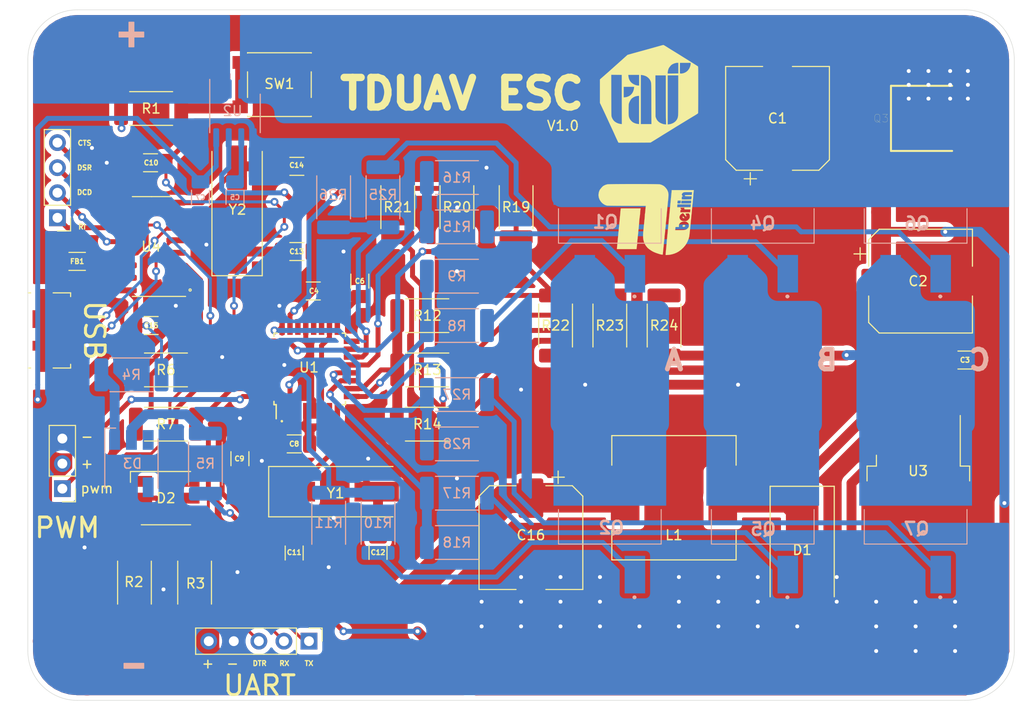
<source format=kicad_pcb>
(kicad_pcb (version 20171130) (host pcbnew "(5.1.9)-1")
  (title_block (title "TDUAV ESC") (company "Turkish-German University") (comment 1 "Arda ÇAPRAZ - 170501012 TMS") (comment 4 "Electronic Speed Controller With BEMF Detection For BLDC Motors"))
  (layers (0 F.Cu signal) (31 B.Cu signal) (34 B.Paste user) (35 F.Paste user) (36 B.SilkS user) (37 F.SilkS user) (38 B.Mask user) (39 F.Mask user) (44 Edge.Cuts user))
  (net 0 "")
  (net 1 GND)
  (net 2 REG_BAT)
  (net 3 VCC)
  (net 4 DTR)
  (net 5 RESET)
  (net 6 XTAL1)
  (net 7 XTAL2)
  (net 8 "Net-(D1-Pad1)")
  (net 9 RX)
  (net 10 TX)
  (net 11 "Net-(D2-Pad4)")
  (net 12 "Net-(D2-Pad3)")
  (net 13 "Net-(D2-Pad2)")
  (net 14 "Net-(D2-Pad1)")
  (net 15 "Net-(D3-Pad4)")
  (net 16 "Net-(D3-Pad3)")
  (net 17 "Net-(D3-Pad2)")
  (net 18 "Net-(D3-Pad1)")
  (net 19 "Net-(FB1-Pad1)")
  (net 20 "Net-(J1-Pad6)")
  (net 21 "Net-(J1-Pad4)")
  (net 22 "Net-(J1-Pad3)")
  (net 23 "Net-(J1-Pad2)")
  (net 24 CTS)
  (net 25 DSR)
  (net 26 DCD)
  (net 27 RI)
  (net 28 PWM_INPUT)
  (net 29 BATTERY)
  (net 30 PHASE_A)
  (net 31 PHASE_B)
  (net 32 PHASE_C)
  (net 33 "Net-(Q1-Pad1)")
  (net 34 "Net-(Q2-Pad1)")
  (net 35 "Net-(Q4-Pad1)")
  (net 36 "Net-(Q5-Pad1)")
  (net 37 "Net-(Q6-Pad1)")
  (net 38 "Net-(R6-Pad2)")
  (net 39 "Net-(R7-Pad2)")
  (net 40 AH)
  (net 41 AL)
  (net 42 VIRTUAL_ZERO)
  (net 43 BEMF_A)
  (net 44 BEMF_B)
  (net 45 BEMF_C)
  (net 46 BH)
  (net 47 BL)
  (net 48 CH)
  (net 49 CL)
  (net 50 +12V)
  (net 51 AMP_SENS)
  (net 52 "Net-(C4-Pad1)")
  (net 53 "Net-(C5-Pad1)")
  (net 54 "Net-(C13-Pad1)")
  (net 55 "Net-(C14-Pad1)")
  (net 56 "Net-(Q7-Pad1)")
  (net 57 "Net-(U4-Pad15)")
  (net 58 "Net-(U4-Pad14)")
  (net 59 "Net-(U4-Pad4)")
  (net 60 "Net-(U1-Pad28)")
  (net 61 "Net-(U1-Pad26)")
  (net 62 "Net-(U1-Pad22)")
  (net 63 "Net-(U1-Pad19)")
  (net 64 "Net-(U1-Pad17)")
  (net 65 "Net-(U1-Pad16)")
  (net 66 "Net-(U1-Pad15)")
  (net 67 "Net-(U1-Pad1)")
  (module LOGO:TUB (layer F.Cu) (at 162.75 71.25)
    (fp_text reference G*** hide)
    (fp_text value LOGO hide)
  )
  (module LOGO:TDU (layer F.Cu) (at 163 58.5)
    (fp_text reference G*** hide)
    (fp_text value LOGO hide)
  )
  (module Connector_PinHeader_2.54mm:PinHeader_1x04_P2.54mm_Vertical (layer F.Cu) (at 103 71.08 180)
    (fp_text reference J4)
    (fp_text value CH340)
    (pad 4 thru_hole oval (at 0 7.62 180) (size 1.7 1.7) (drill 1) (layers *.Cu *.Mask) (net 24 CTS))
    (pad 3 thru_hole oval (at 0 5.08 180) (size 1.7 1.7) (drill 1) (layers *.Cu *.Mask) (net 25 DSR))
    (pad 2 thru_hole oval (at 0 2.54 180) (size 1.7 1.7) (drill 1) (layers *.Cu *.Mask) (net 26 DCD))
    (pad 1 thru_hole rect (at 0 0 180) (size 1.7 1.7) (drill 1) (layers *.Cu *.Mask) (net 27 RI))
  )
  (module Crystal:Crystal_SMD_HC49-SD (layer F.Cu) (at 121.212 70.25 90)
    (fp_text reference Y2 (at 0 0.038 180) (layer F.SilkS))
    (fp_text value 12MHz)
    (pad 2 smd rect (at 4.25 0 90) (size 4.5 2) (layers F.Cu F.Paste F.Mask) (net 55 "Net-(C14-Pad1)"))
    (pad 1 smd rect (at -4.25 0 90) (size 4.5 2) (layers F.Cu F.Paste F.Mask) (net 54 "Net-(C13-Pad1)"))
  )
  (module Crystal:Crystal_SMD_HC49-SD (layer F.Cu) (at 131.116 98.844)
    (fp_text reference Y1 (at 0.084 0.156) (layer F.SilkS))
    (fp_text value 16MHz)
    (pad 2 smd rect (at 4.25 0) (size 4.5 2) (layers F.Cu F.Paste F.Mask) (net 7 XTAL2))
    (pad 1 smd rect (at -4.25 0) (size 4.5 2) (layers F.Cu F.Paste F.Mask) (net 6 XTAL1))
  )
  (module Package_SO:SOIC-16_3.9x9.9mm_P1.27mm (layer F.Cu) (at 112.544 73.992 180)
    (fp_text reference U4 (at 0.044 -0.008) (layer F.SilkS))
    (fp_text value CH340G)
    (pad 16 smd roundrect (at 2.475 -4.445 180) (size 1.95 0.6) (layers F.Cu F.Paste F.Mask) (net 3 VCC))
    (pad 15 smd roundrect (at 2.475 -3.175 180) (size 1.95 0.6) (layers F.Cu F.Paste F.Mask) (net 57 "Net-(U4-Pad15)"))
    (pad 14 smd roundrect (at 2.475 -1.905 180) (size 1.95 0.6) (layers F.Cu F.Paste F.Mask) (net 58 "Net-(U4-Pad14)"))
    (pad 13 smd roundrect (at 2.475 -0.635 180) (size 1.95 0.6) (layers F.Cu F.Paste F.Mask) (net 4 DTR))
    (pad 12 smd roundrect (at 2.475 0.635 180) (size 1.95 0.6) (layers F.Cu F.Paste F.Mask) (net 26 DCD))
    (pad 11 smd roundrect (at 2.475 1.905 180) (size 1.95 0.6) (layers F.Cu F.Paste F.Mask) (net 27 RI))
    (pad 10 smd roundrect (at 2.475 3.175 180) (size 1.95 0.6) (layers F.Cu F.Paste F.Mask) (net 25 DSR))
    (pad 9 smd roundrect (at 2.475 4.445 180) (size 1.95 0.6) (layers F.Cu F.Paste F.Mask) (net 24 CTS))
    (pad 8 smd roundrect (at -2.475 4.445 180) (size 1.95 0.6) (layers F.Cu F.Paste F.Mask) (net 55 "Net-(C14-Pad1)"))
    (pad 7 smd roundrect (at -2.475 3.175 180) (size 1.95 0.6) (layers F.Cu F.Paste F.Mask) (net 54 "Net-(C13-Pad1)"))
    (pad 6 smd roundrect (at -2.475 1.905 180) (size 1.95 0.6) (layers F.Cu F.Paste F.Mask) (net 23 "Net-(J1-Pad2)"))
    (pad 5 smd roundrect (at -2.475 0.635 180) (size 1.95 0.6) (layers F.Cu F.Paste F.Mask) (net 22 "Net-(J1-Pad3)"))
    (pad 4 smd roundrect (at -2.475 -0.635 180) (size 1.95 0.6) (layers F.Cu F.Paste F.Mask) (net 59 "Net-(U4-Pad4)"))
    (pad 3 smd roundrect (at -2.475 -1.905 180) (size 1.95 0.6) (layers F.Cu F.Paste F.Mask) (net 39 "Net-(R7-Pad2)"))
    (pad 2 smd roundrect (at -2.475 -3.175 180) (size 1.95 0.6) (layers F.Cu F.Paste F.Mask) (net 38 "Net-(R6-Pad2)"))
    (pad 1 smd roundrect (at -2.475 -4.445 180) (size 1.95 0.6) (layers F.Cu F.Paste F.Mask) (net 1 GND))
  )
  (module Package_TO_SOT_SMD:TO-263-5_TabPin3 (layer F.Cu) (at 190.275 99.2 270)
    (fp_text reference U3 (at -2.45 0.025 180) (layer F.SilkS))
    (fp_text value LM2596S-5)
    (pad 3 smd rect (at 3.375 0 270) (size 9.4 10.8) (layers F.Cu F.Mask) (net 1 GND))
    (pad 5 smd rect (at -5.775 3.4 270) (size 4.6 1.1) (layers F.Cu F.Paste F.Mask) (net 1 GND))
    (pad 4 smd rect (at -5.775 1.7 270) (size 4.6 1.1) (layers F.Cu F.Paste F.Mask) (net 3 VCC))
    (pad 3 smd rect (at -5.775 0 270) (size 4.6 1.1) (layers F.Cu F.Paste F.Mask) (net 1 GND))
    (pad 2 smd rect (at -5.775 -1.7 270) (size 4.6 1.1) (layers F.Cu F.Paste F.Mask) (net 8 "Net-(D1-Pad1)"))
    (pad 1 smd rect (at -5.775 -3.4 270) (size 4.6 1.1) (layers F.Cu F.Paste F.Mask) (net 2 REG_BAT))
  )
  (module Package_QFP:TQFP-32_7x7mm_P0.8mm (layer F.Cu) (at 128.576 86.398 90)
    (fp_text reference U1 (at 0.148 -0.076 180) (layer F.SilkS))
    (fp_text value ATmega328P-AU)
    (pad 32 smd rect (at -2.8 -4.25 180) (size 1.6 0.55) (layers F.Cu F.Paste F.Mask) (net 28 PWM_INPUT))
    (pad 31 smd rect (at -2 -4.25 180) (size 1.6 0.55) (layers F.Cu F.Paste F.Mask) (net 10 TX))
    (pad 30 smd rect (at -1.2 -4.25 180) (size 1.6 0.55) (layers F.Cu F.Paste F.Mask) (net 9 RX))
    (pad 29 smd rect (at -0.4 -4.25 180) (size 1.6 0.55) (layers F.Cu F.Paste F.Mask) (net 5 RESET))
    (pad 28 smd rect (at 0.4 -4.25 180) (size 1.6 0.55) (layers F.Cu F.Paste F.Mask) (net 60 "Net-(U1-Pad28)"))
    (pad 27 smd rect (at 1.2 -4.25 180) (size 1.6 0.55) (layers F.Cu F.Paste F.Mask) (net 51 AMP_SENS))
    (pad 26 smd rect (at 2 -4.25 180) (size 1.6 0.55) (layers F.Cu F.Paste F.Mask) (net 61 "Net-(U1-Pad26)"))
    (pad 25 smd rect (at 2.8 -4.25 180) (size 1.6 0.55) (layers F.Cu F.Paste F.Mask) (net 45 BEMF_C))
    (pad 24 smd rect (at 4.25 -2.8 90) (size 1.6 0.55) (layers F.Cu F.Paste F.Mask) (net 44 BEMF_B))
    (pad 23 smd rect (at 4.25 -2 90) (size 1.6 0.55) (layers F.Cu F.Paste F.Mask) (net 43 BEMF_A))
    (pad 22 smd rect (at 4.25 -1.2 90) (size 1.6 0.55) (layers F.Cu F.Paste F.Mask) (net 62 "Net-(U1-Pad22)"))
    (pad 21 smd rect (at 4.25 -0.4 90) (size 1.6 0.55) (layers F.Cu F.Paste F.Mask) (net 1 GND))
    (pad 20 smd rect (at 4.25 0.4 90) (size 1.6 0.55) (layers F.Cu F.Paste F.Mask) (net 52 "Net-(C4-Pad1)"))
    (pad 19 smd rect (at 4.25 1.2 90) (size 1.6 0.55) (layers F.Cu F.Paste F.Mask) (net 63 "Net-(U1-Pad19)"))
    (pad 18 smd rect (at 4.25 2 90) (size 1.6 0.55) (layers F.Cu F.Paste F.Mask) (net 3 VCC))
    (pad 17 smd rect (at 4.25 2.8 90) (size 1.6 0.55) (layers F.Cu F.Paste F.Mask) (net 64 "Net-(U1-Pad17)"))
    (pad 16 smd rect (at 2.8 4.25 180) (size 1.6 0.55) (layers F.Cu F.Paste F.Mask) (net 65 "Net-(U1-Pad16)"))
    (pad 15 smd rect (at 2 4.25 180) (size 1.6 0.55) (layers F.Cu F.Paste F.Mask) (net 66 "Net-(U1-Pad15)"))
    (pad 14 smd rect (at 1.2 4.25 180) (size 1.6 0.55) (layers F.Cu F.Paste F.Mask) (net 48 CH))
    (pad 13 smd rect (at 0.4 4.25 180) (size 1.6 0.55) (layers F.Cu F.Paste F.Mask) (net 46 BH))
    (pad 12 smd rect (at -0.4 4.25 180) (size 1.6 0.55) (layers F.Cu F.Paste F.Mask) (net 49 CL))
    (pad 11 smd rect (at -1.2 4.25 180) (size 1.6 0.55) (layers F.Cu F.Paste F.Mask) (net 47 BL))
    (pad 10 smd rect (at -2 4.25 180) (size 1.6 0.55) (layers F.Cu F.Paste F.Mask) (net 42 VIRTUAL_ZERO))
    (pad 9 smd rect (at -2.8 4.25 180) (size 1.6 0.55) (layers F.Cu F.Paste F.Mask) (net 40 AH))
    (pad 8 smd rect (at -4.25 2.8 90) (size 1.6 0.55) (layers F.Cu F.Paste F.Mask) (net 7 XTAL2))
    (pad 7 smd rect (at -4.25 2 90) (size 1.6 0.55) (layers F.Cu F.Paste F.Mask) (net 6 XTAL1))
    (pad 6 smd rect (at -4.25 1.2 90) (size 1.6 0.55) (layers F.Cu F.Paste F.Mask) (net 3 VCC))
    (pad 5 smd rect (at -4.25 0.4 90) (size 1.6 0.55) (layers F.Cu F.Paste F.Mask) (net 1 GND))
    (pad 4 smd rect (at -4.25 -0.4 90) (size 1.6 0.55) (layers F.Cu F.Paste F.Mask) (net 3 VCC))
    (pad 3 smd rect (at -4.25 -1.2 90) (size 1.6 0.55) (layers F.Cu F.Paste F.Mask) (net 1 GND))
    (pad 2 smd rect (at -4.25 -2 90) (size 1.6 0.55) (layers F.Cu F.Paste F.Mask) (net 41 AL))
    (pad 1 smd rect (at -4.25 -2.8 90) (size 1.6 0.55) (layers F.Cu F.Paste F.Mask) (net 67 "Net-(U1-Pad1)"))
  )
  (module SW_PUSH_4:SW_PUSH_4_6X6mm_H3.1mm (layer F.Cu) (at 125.5 52.5)
    (fp_text reference SW1 (at 0 5) (layer F.SilkS))
    (fp_text value RESET_BUTTON)
    (pad 2 smd rect (at 3.975 2.83) (size 1.55 1.3) (layers F.Cu F.Paste F.Mask) (net 1 GND))
    (pad 1 smd rect (at -3.975 2.83) (size 1.55 1.3) (layers F.Cu F.Paste F.Mask) (net 5 RESET))
    (pad 4 smd rect (at 3.975 7.33) (size 1.55 1.3) (layers F.Cu F.Paste F.Mask) (net 1 GND))
    (pad 3 smd rect (at -3.975 7.33) (size 1.55 1.3) (layers F.Cu F.Paste F.Mask) (net 5 RESET))
  )
  (module Resistor_SMD:R_2512_6332Metric_Pad1.40x3.35mm_HandSolder (layer B.Cu) (at 143.5 94)
    (fp_text reference R28 (at 0 0) (layer B.SilkS) (effects (justify mirror)))
    (fp_text value 2.2KR)
    (pad 2 smd roundrect (at 3.05 0) (size 1.4 3.35) (layers B.Cu B.Paste B.Mask) (roundrect_rratio 0.178571) (net 1 GND))
    (pad 1 smd roundrect (at -3.05 0) (size 1.4 3.35) (layers B.Cu B.Paste B.Mask) (roundrect_rratio 0.178571) (net 49 CL))
  )
  (module Resistor_SMD:R_2512_6332Metric_Pad1.40x3.35mm_HandSolder (layer B.Cu) (at 143.5 89 180)
    (fp_text reference R27 (at 0 0) (layer B.SilkS) (effects (justify mirror)))
    (fp_text value 150R)
    (pad 2 smd roundrect (at 3.05 0 180) (size 1.4 3.35) (layers B.Cu B.Paste B.Mask) (roundrect_rratio 0.178571) (net 49 CL))
    (pad 1 smd roundrect (at -3.05 0 180) (size 1.4 3.35) (layers B.Cu B.Paste B.Mask) (roundrect_rratio 0.178571) (net 56 "Net-(Q7-Pad1)"))
  )
  (module Resistor_SMD:R_2512_6332Metric_Pad1.40x3.35mm_HandSolder (layer B.Cu) (at 131 69 90)
    (fp_text reference R26 (at 0.25 -0.05 180) (layer B.SilkS) (effects (justify mirror)))
    (fp_text value 2.2KR)
    (pad 2 smd roundrect (at 3.05 0 90) (size 1.4 3.35) (layers B.Cu B.Paste B.Mask) (roundrect_rratio 0.178571) (net 1 GND))
    (pad 1 smd roundrect (at -3.05 0 90) (size 1.4 3.35) (layers B.Cu B.Paste B.Mask) (roundrect_rratio 0.178571) (net 48 CH))
  )
  (module Resistor_SMD:R_2512_6332Metric_Pad1.40x3.35mm_HandSolder (layer B.Cu) (at 136 69 270)
    (fp_text reference R25 (at -0.25 0 180) (layer B.SilkS) (effects (justify mirror)))
    (fp_text value 150R)
    (pad 2 smd roundrect (at 3.05 0 270) (size 1.4 3.35) (layers B.Cu B.Paste B.Mask) (roundrect_rratio 0.178571) (net 48 CH))
    (pad 1 smd roundrect (at -3.05 0 270) (size 1.4 3.35) (layers B.Cu B.Paste B.Mask) (roundrect_rratio 0.178571) (net 37 "Net-(Q6-Pad1)"))
  )
  (module Resistor_SMD:R_2512_6332Metric_Pad1.40x3.35mm_HandSolder (layer F.Cu) (at 164.5 82 90)
    (fp_text reference R24 (at 0 0 180) (layer F.SilkS))
    (fp_text value 33KR)
    (pad 2 smd roundrect (at 3.05 0 90) (size 1.4 3.35) (layers F.Cu F.Paste F.Mask) (roundrect_rratio 0.178571) (net 45 BEMF_C))
    (pad 1 smd roundrect (at -3.05 0 90) (size 1.4 3.35) (layers F.Cu F.Paste F.Mask) (roundrect_rratio 0.178571) (net 32 PHASE_C))
  )
  (module Resistor_SMD:R_2512_6332Metric_Pad1.40x3.35mm_HandSolder (layer F.Cu) (at 159 82 90)
    (fp_text reference R23 (at 0 0 180) (layer F.SilkS))
    (fp_text value 33KR)
    (pad 2 smd roundrect (at 3.05 0 90) (size 1.4 3.35) (layers F.Cu F.Paste F.Mask) (roundrect_rratio 0.178571) (net 44 BEMF_B))
    (pad 1 smd roundrect (at -3.05 0 90) (size 1.4 3.35) (layers F.Cu F.Paste F.Mask) (roundrect_rratio 0.178571) (net 31 PHASE_B))
  )
  (module Resistor_SMD:R_2512_6332Metric_Pad1.40x3.35mm_HandSolder (layer F.Cu) (at 153.5 82 90)
    (fp_text reference R22 (at 0 0 180) (layer F.SilkS))
    (fp_text value 33KR)
    (pad 2 smd roundrect (at 3.05 0 90) (size 1.4 3.35) (layers F.Cu F.Paste F.Mask) (roundrect_rratio 0.178571) (net 43 BEMF_A))
    (pad 1 smd roundrect (at -3.05 0 90) (size 1.4 3.35) (layers F.Cu F.Paste F.Mask) (roundrect_rratio 0.178571) (net 30 PHASE_A))
  )
  (module Resistor_SMD:R_2512_6332Metric_Pad1.40x3.35mm_HandSolder (layer F.Cu) (at 137.5 70 90)
    (fp_text reference R21 (at 0 0 180) (layer F.SilkS))
    (fp_text value 10KR)
    (pad 2 smd roundrect (at 3.05 0 90) (size 1.4 3.35) (layers F.Cu F.Paste F.Mask) (roundrect_rratio 0.178571) (net 1 GND))
    (pad 1 smd roundrect (at -3.05 0 90) (size 1.4 3.35) (layers F.Cu F.Paste F.Mask) (roundrect_rratio 0.178571) (net 45 BEMF_C))
  )
  (module Resistor_SMD:R_2512_6332Metric_Pad1.40x3.35mm_HandSolder (layer F.Cu) (at 143.5 70 90)
    (fp_text reference R20 (at 0 0 180) (layer F.SilkS))
    (fp_text value 10KR)
    (pad 2 smd roundrect (at 3.05 0 90) (size 1.4 3.35) (layers F.Cu F.Paste F.Mask) (roundrect_rratio 0.178571) (net 1 GND))
    (pad 1 smd roundrect (at -3.05 0 90) (size 1.4 3.35) (layers F.Cu F.Paste F.Mask) (roundrect_rratio 0.178571) (net 44 BEMF_B))
  )
  (module Resistor_SMD:R_2512_6332Metric_Pad1.40x3.35mm_HandSolder (layer F.Cu) (at 149.5 70 90)
    (fp_text reference R19 (at 0 0 180) (layer F.SilkS))
    (fp_text value 10KR)
    (pad 2 smd roundrect (at 3.05 0 90) (size 1.4 3.35) (layers F.Cu F.Paste F.Mask) (roundrect_rratio 0.178571) (net 1 GND))
    (pad 1 smd roundrect (at -3.05 0 90) (size 1.4 3.35) (layers F.Cu F.Paste F.Mask) (roundrect_rratio 0.178571) (net 43 BEMF_A))
  )
  (module Resistor_SMD:R_2512_6332Metric_Pad1.40x3.35mm_HandSolder (layer B.Cu) (at 143.5 104)
    (fp_text reference R18 (at 0 0) (layer B.SilkS) (effects (justify mirror)))
    (fp_text value 2.2KR)
    (pad 2 smd roundrect (at 3.05 0) (size 1.4 3.35) (layers B.Cu B.Paste B.Mask) (roundrect_rratio 0.178571) (net 1 GND))
    (pad 1 smd roundrect (at -3.05 0) (size 1.4 3.35) (layers B.Cu B.Paste B.Mask) (roundrect_rratio 0.178571) (net 47 BL))
  )
  (module Resistor_SMD:R_2512_6332Metric_Pad1.40x3.35mm_HandSolder (layer B.Cu) (at 143.5 99 180)
    (fp_text reference R17 (at 0 0) (layer B.SilkS) (effects (justify mirror)))
    (fp_text value 150R)
    (pad 2 smd roundrect (at 3.05 0 180) (size 1.4 3.35) (layers B.Cu B.Paste B.Mask) (roundrect_rratio 0.178571) (net 47 BL))
    (pad 1 smd roundrect (at -3.05 0 180) (size 1.4 3.35) (layers B.Cu B.Paste B.Mask) (roundrect_rratio 0.178571) (net 36 "Net-(Q5-Pad1)"))
  )
  (module Resistor_SMD:R_2512_6332Metric_Pad1.40x3.35mm_HandSolder (layer B.Cu) (at 143.5 67)
    (fp_text reference R16 (at 0 0) (layer B.SilkS) (effects (justify mirror)))
    (fp_text value 2.2KR)
    (pad 2 smd roundrect (at 3.05 0) (size 1.4 3.35) (layers B.Cu B.Paste B.Mask) (roundrect_rratio 0.178571) (net 1 GND))
    (pad 1 smd roundrect (at -3.05 0) (size 1.4 3.35) (layers B.Cu B.Paste B.Mask) (roundrect_rratio 0.178571) (net 46 BH))
  )
  (module Resistor_SMD:R_2512_6332Metric_Pad1.40x3.35mm_HandSolder (layer B.Cu) (at 143.5 72 180)
    (fp_text reference R15 (at 0 0) (layer B.SilkS) (effects (justify mirror)))
    (fp_text value 150R)
    (pad 2 smd roundrect (at 3.05 0 180) (size 1.4 3.35) (layers B.Cu B.Paste B.Mask) (roundrect_rratio 0.178571) (net 46 BH))
    (pad 1 smd roundrect (at -3.05 0 180) (size 1.4 3.35) (layers B.Cu B.Paste B.Mask) (roundrect_rratio 0.178571) (net 35 "Net-(Q4-Pad1)"))
  )
  (module Resistor_SMD:R_2512_6332Metric_Pad1.40x3.35mm_HandSolder (layer F.Cu) (at 140.45 92 180)
    (fp_text reference R14 (at -0.05 0) (layer F.SilkS))
    (fp_text value 33KR)
    (pad 2 smd roundrect (at 3.05 0 180) (size 1.4 3.35) (layers F.Cu F.Paste F.Mask) (roundrect_rratio 0.178571) (net 42 VIRTUAL_ZERO))
    (pad 1 smd roundrect (at -3.05 0 180) (size 1.4 3.35) (layers F.Cu F.Paste F.Mask) (roundrect_rratio 0.178571) (net 45 BEMF_C))
  )
  (module Resistor_SMD:R_2512_6332Metric_Pad1.40x3.35mm_HandSolder (layer F.Cu) (at 140.5 86.5 180)
    (fp_text reference R13 (at 0 0) (layer F.SilkS))
    (fp_text value 33KR)
    (pad 2 smd roundrect (at 3.05 0 180) (size 1.4 3.35) (layers F.Cu F.Paste F.Mask) (roundrect_rratio 0.178571) (net 42 VIRTUAL_ZERO))
    (pad 1 smd roundrect (at -3.05 0 180) (size 1.4 3.35) (layers F.Cu F.Paste F.Mask) (roundrect_rratio 0.178571) (net 44 BEMF_B))
  )
  (module Resistor_SMD:R_2512_6332Metric_Pad1.40x3.35mm_HandSolder (layer F.Cu) (at 140.5 81 180)
    (fp_text reference R12 (at 0 0) (layer F.SilkS))
    (fp_text value 33KR)
    (pad 2 smd roundrect (at 3.05 0 180) (size 1.4 3.35) (layers F.Cu F.Paste F.Mask) (roundrect_rratio 0.178571) (net 42 VIRTUAL_ZERO))
    (pad 1 smd roundrect (at -3.05 0 180) (size 1.4 3.35) (layers F.Cu F.Paste F.Mask) (roundrect_rratio 0.178571) (net 43 BEMF_A))
  )
  (module Resistor_SMD:R_2512_6332Metric_Pad1.40x3.35mm_HandSolder (layer B.Cu) (at 130.5 102 270)
    (fp_text reference R11 (at 0 0 180) (layer B.SilkS) (effects (justify mirror)))
    (fp_text value 2.2KR)
    (pad 2 smd roundrect (at 3.05 0 270) (size 1.4 3.35) (layers B.Cu B.Paste B.Mask) (roundrect_rratio 0.178571) (net 1 GND))
    (pad 1 smd roundrect (at -3.05 0 270) (size 1.4 3.35) (layers B.Cu B.Paste B.Mask) (roundrect_rratio 0.178571) (net 41 AL))
  )
  (module Resistor_SMD:R_2512_6332Metric_Pad1.40x3.35mm_HandSolder (layer B.Cu) (at 135.5 102 90)
    (fp_text reference R10 (at 0 0 180) (layer B.SilkS) (effects (justify mirror)))
    (fp_text value 150R)
    (pad 2 smd roundrect (at 3.05 0 90) (size 1.4 3.35) (layers B.Cu B.Paste B.Mask) (roundrect_rratio 0.178571) (net 41 AL))
    (pad 1 smd roundrect (at -3.05 0 90) (size 1.4 3.35) (layers B.Cu B.Paste B.Mask) (roundrect_rratio 0.178571) (net 34 "Net-(Q2-Pad1)"))
  )
  (module Resistor_SMD:R_2512_6332Metric_Pad1.40x3.35mm_HandSolder (layer B.Cu) (at 143.5 77)
    (fp_text reference R9 (at 0 0) (layer B.SilkS) (effects (justify mirror)))
    (fp_text value 2.2KR)
    (pad 2 smd roundrect (at 3.05 0) (size 1.4 3.35) (layers B.Cu B.Paste B.Mask) (roundrect_rratio 0.178571) (net 1 GND))
    (pad 1 smd roundrect (at -3.05 0) (size 1.4 3.35) (layers B.Cu B.Paste B.Mask) (roundrect_rratio 0.178571) (net 40 AH))
  )
  (module Resistor_SMD:R_2512_6332Metric_Pad1.40x3.35mm_HandSolder (layer B.Cu) (at 143.5 82 180)
    (fp_text reference R8 (at 0 -0.05) (layer B.SilkS) (effects (justify mirror)))
    (fp_text value 150R)
    (pad 2 smd roundrect (at 3.05 0 180) (size 1.4 3.35) (layers B.Cu B.Paste B.Mask) (roundrect_rratio 0.178571) (net 40 AH))
    (pad 1 smd roundrect (at -3.05 0 180) (size 1.4 3.35) (layers B.Cu B.Paste B.Mask) (roundrect_rratio 0.178571) (net 33 "Net-(Q1-Pad1)"))
  )
  (module Resistor_SMD:R_2512_6332Metric_Pad1.40x3.35mm_HandSolder (layer F.Cu) (at 114 92 180)
    (fp_text reference R7 (at 0 0) (layer F.SilkS))
    (fp_text value 1KR)
    (pad 2 smd roundrect (at 3.05 0 180) (size 1.4 3.35) (layers F.Cu F.Paste F.Mask) (roundrect_rratio 0.178571) (net 39 "Net-(R7-Pad2)"))
    (pad 1 smd roundrect (at -3.05 0 180) (size 1.4 3.35) (layers F.Cu F.Paste F.Mask) (roundrect_rratio 0.178571) (net 10 TX))
  )
  (module Resistor_SMD:R_2512_6332Metric_Pad1.40x3.35mm_HandSolder (layer F.Cu) (at 114 86.5 180)
    (fp_text reference R6 (at 0 0) (layer F.SilkS))
    (fp_text value 1KR)
    (pad 2 smd roundrect (at 3.05 0 180) (size 1.4 3.35) (layers F.Cu F.Paste F.Mask) (roundrect_rratio 0.178571) (net 38 "Net-(R6-Pad2)"))
    (pad 1 smd roundrect (at -3.05 0 180) (size 1.4 3.35) (layers F.Cu F.Paste F.Mask) (roundrect_rratio 0.178571) (net 9 RX))
  )
  (module Resistor_SMD:R_2512_6332Metric_Pad1.40x3.35mm_HandSolder (layer B.Cu) (at 118 96 270)
    (fp_text reference R5 (at 0 0 180) (layer B.SilkS) (effects (justify mirror)))
    (fp_text value 10KR)
    (pad 2 smd roundrect (at 3.05 0 270) (size 1.4 3.35) (layers B.Cu B.Paste B.Mask) (roundrect_rratio 0.178571) (net 2 REG_BAT))
    (pad 1 smd roundrect (at -3.05 0 270) (size 1.4 3.35) (layers B.Cu B.Paste B.Mask) (roundrect_rratio 0.178571) (net 17 "Net-(D3-Pad2)"))
  )
  (module Resistor_SMD:R_2512_6332Metric_Pad1.40x3.35mm_HandSolder (layer B.Cu) (at 110.5 87)
    (fp_text reference R4 (at 0 0) (layer B.SilkS) (effects (justify mirror)))
    (fp_text value 1KR)
    (pad 2 smd roundrect (at 3.05 0) (size 1.4 3.35) (layers B.Cu B.Paste B.Mask) (roundrect_rratio 0.178571) (net 3 VCC))
    (pad 1 smd roundrect (at -3.05 0) (size 1.4 3.35) (layers B.Cu B.Paste B.Mask) (roundrect_rratio 0.178571) (net 18 "Net-(D3-Pad1)"))
  )
  (module Resistor_SMD:R_2512_6332Metric_Pad1.40x3.35mm_HandSolder (layer F.Cu) (at 116.904 108.064 270)
    (fp_text reference R3 (at 0.086 -0.096) (layer F.SilkS))
    (fp_text value 1KR)
    (pad 2 smd roundrect (at 3.05 0 270) (size 1.4 3.35) (layers F.Cu F.Paste F.Mask) (roundrect_rratio 0.178571) (net 3 VCC))
    (pad 1 smd roundrect (at -3.05 0 270) (size 1.4 3.35) (layers F.Cu F.Paste F.Mask) (roundrect_rratio 0.178571) (net 13 "Net-(D2-Pad2)"))
  )
  (module Resistor_SMD:R_2512_6332Metric_Pad1.40x3.35mm_HandSolder (layer F.Cu) (at 110.808 108.064 270)
    (fp_text reference R2 (at -0.064 0.058 180) (layer F.SilkS))
    (fp_text value 1KR)
    (pad 2 smd roundrect (at 3.05 0 270) (size 1.4 3.35) (layers F.Cu F.Paste F.Mask) (roundrect_rratio 0.178571) (net 3 VCC))
    (pad 1 smd roundrect (at -3.05 0 270) (size 1.4 3.35) (layers F.Cu F.Paste F.Mask) (roundrect_rratio 0.178571) (net 14 "Net-(D2-Pad1)"))
  )
  (module Resistor_SMD:R_2512_6332Metric_Pad1.40x3.35mm_HandSolder (layer F.Cu) (at 112.5 60)
    (fp_text reference R1 (at 0 0) (layer F.SilkS))
    (fp_text value 10KR)
    (pad 2 smd roundrect (at 3.05 0) (size 1.4 3.35) (layers F.Cu F.Paste F.Mask) (roundrect_rratio 0.178571) (net 5 RESET))
    (pad 1 smd roundrect (at -3.05 0) (size 1.4 3.35) (layers F.Cu F.Paste F.Mask) (roundrect_rratio 0.178571) (net 3 VCC))
  )
  (module IRFR9024:DPAK (layer F.Cu) (at 190.5 61 270)
    (fp_text reference Q3 (at 0 4 180) (layer F.SilkS) (effects (font (size 0.801142 0.801142) (thickness 0.015))))
    (fp_text value IRFR9024)
    (pad 1 smd rect (at -2.2606 4.9276 270) (size 1.6002 2.9972) (layers F.Cu F.Paste F.Mask) (net 1 GND))
    (pad 3 smd rect (at 2.2098 4.9276 270) (size 1.6002 2.9972) (layers F.Cu F.Paste F.Mask) (net 2 REG_BAT))
    (pad 4 smd rect (at 0 -1.8528 270) (size 5.4516 7) (layers F.Cu F.Paste F.Mask) (net 50 +12V))
  )
  (module IRLZ44NSPBF:IRF2804STRLPBF (layer B.Cu) (at 190 102.5 180)
    (fp_text reference Q7 (at -0.1 -0.1) (layer B.SilkS) (effects (font (size 1.27 1.27) (thickness 0.254)) (justify mirror)))
    (fp_text value IRLZ44NS hide)
    (pad 3 smd rect (at 2.54 -4.75 180) (size 2.08 3.81) (layers B.Cu B.Paste B.Mask) (net 1 GND))
    (pad 2 smd rect (at 0 6.68 90) (size 8.89 11.43) (layers B.Cu B.Paste B.Mask) (net 32 PHASE_C))
    (pad 1 smd rect (at -2.54 -4.75 180) (size 2.08 3.81) (layers B.Cu B.Paste B.Mask) (net 56 "Net-(Q7-Pad1)"))
  )
  (module IRLZ44NSPBF:IRF2804STRLPBF (layer B.Cu) (at 190 72 180)
    (fp_text reference Q6 (at -0.15 0.35) (layer B.SilkS) (effects (font (size 1.27 1.27) (thickness 0.254)) (justify mirror)))
    (fp_text value IRLZ44NS hide)
    (pad 3 smd rect (at 2.54 -4.75 180) (size 2.08 3.81) (layers B.Cu B.Paste B.Mask) (net 32 PHASE_C))
    (pad 2 smd rect (at 0 6.68 90) (size 8.89 11.43) (layers B.Cu B.Paste B.Mask) (net 50 +12V))
    (pad 1 smd rect (at -2.54 -4.75 180) (size 2.08 3.81) (layers B.Cu B.Paste B.Mask) (net 37 "Net-(Q6-Pad1)"))
  )
  (module IRLZ44NSPBF:IRF2804STRLPBF (layer B.Cu) (at 174.5 102.5 180)
    (fp_text reference Q5 (at -0.05 -0.15) (layer B.SilkS) (effects (font (size 1.27 1.27) (thickness 0.254)) (justify mirror)))
    (fp_text value IRLZ44NS hide)
    (pad 3 smd rect (at 2.54 -4.75 180) (size 2.08 3.81) (layers B.Cu B.Paste B.Mask) (net 1 GND))
    (pad 2 smd rect (at 0 6.68 90) (size 8.89 11.43) (layers B.Cu B.Paste B.Mask) (net 31 PHASE_B))
    (pad 1 smd rect (at -2.54 -4.75 180) (size 2.08 3.81) (layers B.Cu B.Paste B.Mask) (net 36 "Net-(Q5-Pad1)"))
  )
  (module IRLZ44NSPBF:IRF2804STRLPBF (layer B.Cu) (at 174.5 72 180)
    (fp_text reference Q4 (at 0 0.35) (layer B.SilkS) (effects (font (size 1.27 1.27) (thickness 0.254)) (justify mirror)))
    (fp_text value IRLZ44NS hide)
    (pad 3 smd rect (at 2.54 -4.75 180) (size 2.08 3.81) (layers B.Cu B.Paste B.Mask) (net 31 PHASE_B))
    (pad 2 smd rect (at 0 6.68 90) (size 8.89 11.43) (layers B.Cu B.Paste B.Mask) (net 50 +12V))
    (pad 1 smd rect (at -2.54 -4.75 180) (size 2.08 3.81) (layers B.Cu B.Paste B.Mask) (net 35 "Net-(Q4-Pad1)"))
  )
  (module IRLZ44NSPBF:IRF2804STRLPBF (layer B.Cu) (at 159 102.5 180)
    (fp_text reference Q2 (at -0.15 0) (layer B.SilkS) (effects (font (size 1.27 1.27) (thickness 0.254)) (justify mirror)))
    (fp_text value IRLZ44NS hide)
    (pad 3 smd rect (at 2.54 -4.75 180) (size 2.08 3.81) (layers B.Cu B.Paste B.Mask) (net 1 GND))
    (pad 2 smd rect (at 0 6.68 90) (size 8.89 11.43) (layers B.Cu B.Paste B.Mask) (net 30 PHASE_A))
    (pad 1 smd rect (at -2.54 -4.75 180) (size 2.08 3.81) (layers B.Cu B.Paste B.Mask) (net 34 "Net-(Q2-Pad1)"))
  )
  (module IRLZ44NSPBF:IRF2804STRLPBF (layer B.Cu) (at 159 72 180)
    (fp_text reference Q1 (at 0.45 0.5) (layer B.SilkS) (effects (font (size 1.27 1.27) (thickness 0.254)) (justify mirror)))
    (fp_text value IRLZ44NS hide)
    (pad 3 smd rect (at 2.54 -4.75 180) (size 2.08 3.81) (layers B.Cu B.Paste B.Mask) (net 30 PHASE_A))
    (pad 2 smd rect (at 0 6.68 90) (size 8.89 11.43) (layers B.Cu B.Paste B.Mask) (net 50 +12V))
    (pad 1 smd rect (at -2.54 -4.75 180) (size 2.08 3.81) (layers B.Cu B.Paste B.Mask) (net 33 "Net-(Q1-Pad1)"))
  )
  (module Connector_Wire:SolderWirePad_1x01_SMD_5x10mm (layer B.Cu) (at 190 85.5 90)
    (fp_text reference J9)
    (fp_text value PHASE_C)
    (pad 1 smd rect (at 0 0 90) (size 5 10) (layers B.Cu B.Paste B.Mask) (net 32 PHASE_C))
  )
  (module Connector_Wire:SolderWirePad_1x01_SMD_5x10mm (layer B.Cu) (at 174.5 85.5 90)
    (fp_text reference J8)
    (fp_text value PHASE_B)
    (pad 1 smd rect (at 0 0 90) (size 5 10) (layers B.Cu B.Paste B.Mask) (net 31 PHASE_B))
  )
  (module Connector_Wire:SolderWirePad_1x01_SMD_5x10mm (layer B.Cu) (at 159 85.5 90)
    (fp_text reference J7)
    (fp_text value PHASE_A)
    (pad 1 smd rect (at 0 0 90) (size 5 10) (layers B.Cu B.Paste B.Mask) (net 30 PHASE_A))
  )
  (module Connector_Wire:SolderWirePad_1x01_SMD_5x10mm (layer B.Cu) (at 110.396 112.148 270)
    (fp_text reference J6)
    (fp_text value GND)
    (pad 1 smd rect (at 0 0 270) (size 5 10) (layers B.Cu B.Paste B.Mask) (net 1 GND))
  )
  (module Connector_Wire:SolderWirePad_1x01_SMD_5x10mm (layer B.Cu) (at 110.396 57 270)
    (fp_text reference J5)
    (fp_text value BATT)
    (pad 1 smd rect (at 0 0 270) (size 5 10) (layers B.Cu B.Paste B.Mask) (net 29 BATTERY))
  )
  (module Connector_PinHeader_2.54mm:PinHeader_1x03_P2.54mm_Vertical (layer F.Cu) (at 103.5 98.54 180)
    (fp_text reference J2)
    (fp_text value PWM-UBEC)
    (pad 3 thru_hole oval (at 0 5.08 180) (size 1.7 1.7) (drill 1) (layers *.Cu *.Mask) (net 1 GND))
    (pad 2 thru_hole oval (at 0 2.54 180) (size 1.7 1.7) (drill 1) (layers *.Cu *.Mask) (net 3 VCC))
    (pad 1 thru_hole rect (at 0 0 180) (size 1.7 1.7) (drill 1) (layers *.Cu *.Mask) (net 28 PWM_INPUT))
  )
  (module Connector_PinHeader_2.54mm:PinHeader_1x05_P2.54mm_Vertical (layer F.Cu) (at 128.5 114 270)
    (fp_text reference J3)
    (fp_text value UART)
    (pad 5 thru_hole oval (at 0 10.16 270) (size 1.7 1.7) (drill 1) (layers *.Cu *.Mask) (net 3 VCC))
    (pad 4 thru_hole oval (at 0 7.62 270) (size 1.7 1.7) (drill 1) (layers *.Cu *.Mask) (net 1 GND))
    (pad 3 thru_hole oval (at 0 5.08 270) (size 1.7 1.7) (drill 1) (layers *.Cu *.Mask) (net 4 DTR))
    (pad 2 thru_hole oval (at 0 2.54 270) (size 1.7 1.7) (drill 1) (layers *.Cu *.Mask) (net 9 RX))
    (pad 1 thru_hole rect (at 0 0 270) (size 1.7 1.7) (drill 1) (layers *.Cu *.Mask) (net 10 TX))
  )
  (module Connector_USB:USB_Micro-B_Molex_47346-0001 (layer F.Cu) (at 102.625 82.5 270)
    (fp_text reference J1)
    (fp_text value USB_B_Micro)
    (pad 6 smd rect (at 1.55 1.2 270) (size 1 1.9) (layers F.Cu F.Paste F.Mask) (net 20 "Net-(J1-Pad6)"))
    (pad 6 smd rect (at -1.15 1.2 270) (size 1.8 1.9) (layers F.Cu F.Paste F.Mask) (net 20 "Net-(J1-Pad6)"))
    (pad 6 smd rect (at 3.375 1.2 270) (size 1.65 1.3) (layers F.Cu F.Paste F.Mask) (net 20 "Net-(J1-Pad6)"))
    (pad 6 smd rect (at -3.375 1.2 270) (size 1.65 1.3) (layers F.Cu F.Paste F.Mask) (net 20 "Net-(J1-Pad6)"))
    (pad 6 smd rect (at 2.4875 -1.375 270) (size 1.425 1.55) (layers F.Cu F.Paste F.Mask) (net 20 "Net-(J1-Pad6)"))
    (pad 6 smd rect (at -2.4875 -1.375 270) (size 1.425 1.55) (layers F.Cu F.Paste F.Mask) (net 20 "Net-(J1-Pad6)"))
    (pad 5 smd rect (at 1.3 -1.46 270) (size 0.45 1.38) (layers F.Cu F.Paste F.Mask) (net 1 GND))
    (pad 4 smd rect (at 0.65 -1.46 270) (size 0.45 1.38) (layers F.Cu F.Paste F.Mask) (net 21 "Net-(J1-Pad4)"))
    (pad 3 smd rect (at 0 -1.46 270) (size 0.45 1.38) (layers F.Cu F.Paste F.Mask) (net 22 "Net-(J1-Pad3)"))
    (pad 2 smd rect (at -0.65 -1.46 270) (size 0.45 1.38) (layers F.Cu F.Paste F.Mask) (net 23 "Net-(J1-Pad2)"))
    (pad 1 smd rect (at -1.3 -1.46 270) (size 0.45 1.38) (layers F.Cu F.Paste F.Mask) (net 19 "Net-(FB1-Pad1)"))
  )
  (module Inductor_SMD:L_1206_3216Metric_Pad1.22x1.90mm_HandSolder (layer F.Cu) (at 105 75.5)
    (fp_text reference FB1 (at 0 0) (layer F.SilkS) (effects (font (size 0.5 0.5) (thickness 0.125))))
    (fp_text value "120R @ 100Mhz")
    (pad 2 smd roundrect (at 1.6625 0) (size 1.225 1.9) (layers F.Cu F.Paste F.Mask) (roundrect_rratio 0.204082) (net 3 VCC))
    (pad 1 smd roundrect (at -1.6625 0) (size 1.225 1.9) (layers F.Cu F.Paste F.Mask) (roundrect_rratio 0.204082) (net 19 "Net-(FB1-Pad1)"))
  )
  (module LED_SMD:LED_RGB_5050-6 (layer B.Cu) (at 110.5 96 270)
    (fp_text reference D3 (at 0 -0.1 180) (layer B.SilkS) (effects (justify mirror)))
    (fp_text value LED_RGB_5050)
    (pad 6 smd rect (at 2.4 1.7 180) (size 1.1 2) (layers B.Cu B.Paste B.Mask) (net 1 GND))
    (pad 5 smd rect (at 2.4 0 180) (size 1.1 2) (layers B.Cu B.Paste B.Mask) (net 1 GND))
    (pad 4 smd rect (at 2.4 -1.7 180) (size 1.1 2) (layers B.Cu B.Paste B.Mask) (net 15 "Net-(D3-Pad4)"))
    (pad 3 smd rect (at -2.4 -1.7 180) (size 1.1 2) (layers B.Cu B.Paste B.Mask) (net 16 "Net-(D3-Pad3)"))
    (pad 2 smd rect (at -2.4 0 180) (size 1.1 2) (layers B.Cu B.Paste B.Mask) (net 17 "Net-(D3-Pad2)"))
    (pad 1 smd rect (at -2.4 1.7 180) (size 1.1 2) (layers B.Cu B.Paste B.Mask) (net 18 "Net-(D3-Pad1)"))
  )
  (module LED_SMD:LED_RGB_5050-6 (layer F.Cu) (at 114 99.5)
    (fp_text reference D2 (at 0 0 180) (layer F.SilkS))
    (fp_text value LED_RGB_5050)
    (pad 6 smd rect (at 2.4 -1.7 90) (size 1.1 2) (layers F.Cu F.Paste F.Mask) (net 9 RX))
    (pad 5 smd rect (at 2.4 0 90) (size 1.1 2) (layers F.Cu F.Paste F.Mask) (net 10 TX))
    (pad 4 smd rect (at 2.4 1.7 90) (size 1.1 2) (layers F.Cu F.Paste F.Mask) (net 11 "Net-(D2-Pad4)"))
    (pad 3 smd rect (at -2.4 1.7 90) (size 1.1 2) (layers F.Cu F.Paste F.Mask) (net 12 "Net-(D2-Pad3)"))
    (pad 2 smd rect (at -2.4 0 90) (size 1.1 2) (layers F.Cu F.Paste F.Mask) (net 13 "Net-(D2-Pad2)"))
    (pad 1 smd rect (at -2.4 -1.7 90) (size 1.1 2) (layers F.Cu F.Paste F.Mask) (net 14 "Net-(D2-Pad1)"))
  )
  (module Diode_SMD:D_SMC_Handsoldering (layer F.Cu) (at 178.5 105.1 270)
    (fp_text reference D1 (at -0.35 0 180) (layer F.SilkS))
    (fp_text value SK56)
    (pad 2 smd rect (at 4.4 0) (size 3.3 4.5) (layers F.Cu F.Paste F.Mask) (net 1 GND))
    (pad 1 smd rect (at -4.4 0) (size 3.3 4.5) (layers F.Cu F.Paste F.Mask) (net 8 "Net-(D1-Pad1)"))
  )
  (module Capacitor_SMD:C_1206_3216Metric_Pad1.33x1.80mm_HandSolder (layer F.Cu) (at 128.9375 78.5 180)
    (fp_text reference C4 (at -0.0625 0) (layer F.SilkS) (effects (font (size 0.5 0.5) (thickness 0.125))))
    (fp_text value 100nF)
    (pad 2 smd roundrect (at 1.5625 0 180) (size 1.325 1.8) (layers F.Cu F.Paste F.Mask) (roundrect_rratio 0.188679) (net 1 GND))
    (pad 1 smd roundrect (at -1.5625 0 180) (size 1.325 1.8) (layers F.Cu F.Paste F.Mask) (roundrect_rratio 0.188679) (net 52 "Net-(C4-Pad1)"))
  )
  (module Capacitor_SMD:C_1206_3216Metric_Pad1.33x1.80mm_HandSolder (layer F.Cu) (at 112.5 82 180)
    (fp_text reference C15 (at 0 0) (layer F.SilkS) (effects (font (size 0.5 0.5) (thickness 0.125))))
    (fp_text value 10nF)
    (pad 2 smd roundrect (at 1.5625 0 180) (size 1.325 1.8) (layers F.Cu F.Paste F.Mask) (roundrect_rratio 0.188679) (net 3 VCC))
    (pad 1 smd roundrect (at -1.5625 0 180) (size 1.325 1.8) (layers F.Cu F.Paste F.Mask) (roundrect_rratio 0.188679) (net 1 GND))
  )
  (module Capacitor_SMD:C_1206_3216Metric_Pad1.33x1.80mm_HandSolder (layer F.Cu) (at 135.5 105 90)
    (fp_text reference C12 (at 0 0 180) (layer F.SilkS) (effects (font (size 0.5 0.5) (thickness 0.125))))
    (fp_text value 22pF)
    (pad 2 smd roundrect (at 1.5625 0 90) (size 1.325 1.8) (layers F.Cu F.Paste F.Mask) (roundrect_rratio 0.188679) (net 7 XTAL2))
    (pad 1 smd roundrect (at -1.5625 0 90) (size 1.325 1.8) (layers F.Cu F.Paste F.Mask) (roundrect_rratio 0.188679) (net 1 GND))
  )
  (module Capacitor_SMD:C_1206_3216Metric_Pad1.33x1.80mm_HandSolder (layer F.Cu) (at 127 105.0625 90)
    (fp_text reference C11 (at 0.0625 0 180) (layer F.SilkS) (effects (font (size 0.5 0.5) (thickness 0.125))))
    (fp_text value 22pF)
    (pad 2 smd roundrect (at 1.5625 0 90) (size 1.325 1.8) (layers F.Cu F.Paste F.Mask) (roundrect_rratio 0.188679) (net 6 XTAL1))
    (pad 1 smd roundrect (at -1.5625 0 90) (size 1.325 1.8) (layers F.Cu F.Paste F.Mask) (roundrect_rratio 0.188679) (net 1 GND))
  )
  (module Capacitor_SMD:C_1206_3216Metric_Pad1.33x1.80mm_HandSolder (layer F.Cu) (at 127.2695 65.864)
    (fp_text reference C14 (at -0.0195 -0.114) (layer F.SilkS) (effects (font (size 0.5 0.5) (thickness 0.125))))
    (fp_text value 22pF)
    (pad 2 smd roundrect (at 1.5625 0) (size 1.325 1.8) (layers F.Cu F.Paste F.Mask) (roundrect_rratio 0.188679) (net 1 GND))
    (pad 1 smd roundrect (at -1.5625 0) (size 1.325 1.8) (layers F.Cu F.Paste F.Mask) (roundrect_rratio 0.188679) (net 55 "Net-(C14-Pad1)"))
  )
  (module Capacitor_SMD:C_1206_3216Metric_Pad1.33x1.80mm_HandSolder (layer F.Cu) (at 127.2695 74.5)
    (fp_text reference C13 (at -0.0195 0) (layer F.SilkS) (effects (font (size 0.5 0.5) (thickness 0.125))))
    (fp_text value 22pF)
    (pad 2 smd roundrect (at 1.5625 0) (size 1.325 1.8) (layers F.Cu F.Paste F.Mask) (roundrect_rratio 0.188679) (net 1 GND))
    (pad 1 smd roundrect (at -1.5625 0) (size 1.325 1.8) (layers F.Cu F.Paste F.Mask) (roundrect_rratio 0.188679) (net 54 "Net-(C13-Pad1)"))
  )
  (module Capacitor_SMD:C_1206_3216Metric_Pad1.33x1.80mm_HandSolder (layer F.Cu) (at 112.4375 65.5 180)
    (fp_text reference C10 (at -0.0625 0) (layer F.SilkS) (effects (font (size 0.5 0.5) (thickness 0.125))))
    (fp_text value 100nF)
    (pad 2 smd roundrect (at 1.5625 0 180) (size 1.325 1.8) (layers F.Cu F.Paste F.Mask) (roundrect_rratio 0.188679) (net 4 DTR))
    (pad 1 smd roundrect (at -1.5625 0 180) (size 1.325 1.8) (layers F.Cu F.Paste F.Mask) (roundrect_rratio 0.188679) (net 5 RESET))
  )
  (module Capacitor_SMD:C_1206_3216Metric_Pad1.33x1.80mm_HandSolder (layer F.Cu) (at 121.5 95.5 270)
    (fp_text reference C9 (at 0 0.05 180) (layer F.SilkS) (effects (font (size 0.5 0.5) (thickness 0.125))))
    (fp_text value 100nF)
    (pad 2 smd roundrect (at 1.5625 0 270) (size 1.325 1.8) (layers F.Cu F.Paste F.Mask) (roundrect_rratio 0.188679) (net 1 GND))
    (pad 1 smd roundrect (at -1.5625 0 270) (size 1.325 1.8) (layers F.Cu F.Paste F.Mask) (roundrect_rratio 0.188679) (net 3 VCC))
  )
  (module Capacitor_SMD:C_1206_3216Metric_Pad1.33x1.80mm_HandSolder (layer F.Cu) (at 127 94 180)
    (fp_text reference C8 (at 0 0) (layer F.SilkS) (effects (font (size 0.5 0.5) (thickness 0.125))))
    (fp_text value 100nF)
    (pad 2 smd roundrect (at 1.5625 0 180) (size 1.325 1.8) (layers F.Cu F.Paste F.Mask) (roundrect_rratio 0.188679) (net 1 GND))
    (pad 1 smd roundrect (at -1.5625 0 180) (size 1.325 1.8) (layers F.Cu F.Paste F.Mask) (roundrect_rratio 0.188679) (net 3 VCC))
  )
  (module Capacitor_SMD:C_1206_3216Metric_Pad1.33x1.80mm_HandSolder (layer F.Cu) (at 133.656 77.5 90)
    (fp_text reference C6 (at 0 -0.006 180) (layer F.SilkS) (effects (font (size 0.5 0.5) (thickness 0.125))))
    (fp_text value 100nF)
    (pad 2 smd roundrect (at 1.5625 0 90) (size 1.325 1.8) (layers F.Cu F.Paste F.Mask) (roundrect_rratio 0.188679) (net 1 GND))
    (pad 1 smd roundrect (at -1.5625 0 90) (size 1.325 1.8) (layers F.Cu F.Paste F.Mask) (roundrect_rratio 0.188679) (net 3 VCC))
  )
  (module Capacitor_SMD:CP_Elec_10x10 (layer F.Cu) (at 151 103.5 270)
    (fp_text reference C16 (at -0.25 0 180) (layer F.SilkS))
    (fp_text value 330uF)
    (pad 2 smd roundrect (at 4 0 270) (size 4 2.5) (layers F.Cu F.Paste F.Mask) (roundrect_rratio 0.1) (net 1 GND))
    (pad 1 smd roundrect (at -4 0 270) (size 4 2.5) (layers F.Cu F.Paste F.Mask) (roundrect_rratio 0.1) (net 3 VCC))
  )
  (module Capacitor_SMD:C_1206_3216Metric_Pad1.33x1.80mm_HandSolder (layer F.Cu) (at 195 85.5)
    (fp_text reference C3 (at 0 0) (layer F.SilkS) (effects (font (size 0.5 0.5) (thickness 0.125))))
    (fp_text value 680nF)
    (pad 2 smd roundrect (at 1.5625 0) (size 1.325 1.8) (layers F.Cu F.Paste F.Mask) (roundrect_rratio 0.188679) (net 1 GND))
    (pad 1 smd roundrect (at -1.5625 0) (size 1.325 1.8) (layers F.Cu F.Paste F.Mask) (roundrect_rratio 0.188679) (net 2 REG_BAT))
  )
  (module Capacitor_SMD:CP_Elec_10x10 (layer F.Cu) (at 190.5 77.5)
    (fp_text reference C2 (at -0.25 0) (layer F.SilkS))
    (fp_text value 220uF)
    (pad 2 smd roundrect (at 4 0) (size 4 2.5) (layers F.Cu F.Paste F.Mask) (roundrect_rratio 0.1) (net 1 GND))
    (pad 1 smd roundrect (at -4 0) (size 4 2.5) (layers F.Cu F.Paste F.Mask) (roundrect_rratio 0.1) (net 2 REG_BAT))
  )
  (module Capacitor_SMD:CP_Elec_10x10 (layer F.Cu) (at 176 61 90)
    (fp_text reference C1 (at 0 0 180) (layer F.SilkS))
    (fp_text value 470uF)
    (pad 2 smd roundrect (at 4 0 90) (size 4 2.5) (layers F.Cu F.Paste F.Mask) (roundrect_rratio 0.1) (net 1 GND))
    (pad 1 smd roundrect (at -4 0 90) (size 4 2.5) (layers F.Cu F.Paste F.Mask) (roundrect_rratio 0.1) (net 2 REG_BAT))
  )
  (module Capacitor_SMD:C_1206_3216Metric_Pad1.33x1.80mm_HandSolder (layer B.Cu) (at 121 69 270)
    (fp_text reference C5 (at 0 0 180) (layer B.SilkS) (effects (font (size 0.5 0.5) (thickness 0.125)) (justify mirror)))
    (fp_text value 1nF)
    (pad 1 smd roundrect (at -1.5625 0 270) (size 1.325 1.8) (layers B.Cu B.Paste B.Mask) (roundrect_rratio 0.188679) (net 53 "Net-(C5-Pad1)"))
    (pad 2 smd roundrect (at 1.5625 0 270) (size 1.325 1.8) (layers B.Cu B.Paste B.Mask) (roundrect_rratio 0.188679) (net 1 GND))
  )
  (module Capacitor_SMD:C_1206_3216Metric_Pad1.33x1.80mm_HandSolder (layer B.Cu) (at 117.5 69 270)
    (fp_text reference C7 (at 0 0 180) (layer B.SilkS) (effects (font (size 0.5 0.5) (thickness 0.125)) (justify mirror)))
    (fp_text value 100nF)
    (pad 2 smd roundrect (at 1.5625 0 270) (size 1.325 1.8) (layers B.Cu B.Paste B.Mask) (roundrect_rratio 0.188679) (net 1 GND))
    (pad 1 smd roundrect (at -1.5625 0 270) (size 1.325 1.8) (layers B.Cu B.Paste B.Mask) (roundrect_rratio 0.188679) (net 3 VCC))
  )
  (module Package_SO:SOIC-8_3.9x4.9mm_P1.27mm (layer B.Cu) (at 121 60.5 270)
    (fp_text reference U2 (at -0.25 0.25) (layer B.SilkS) (effects (justify mirror)))
    (fp_text value ACS724-50A)
    (pad 1 smd roundrect (at -2.475 1.905 270) (size 1.95 0.6) (layers B.Cu B.Paste B.Mask) (net 29 BATTERY))
    (pad 2 smd roundrect (at -2.475 0.635 270) (size 1.95 0.6) (layers B.Cu B.Paste B.Mask) (net 29 BATTERY))
    (pad 3 smd roundrect (at -2.475 -0.635 270) (size 1.95 0.6) (layers B.Cu B.Paste B.Mask) (net 50 +12V))
    (pad 4 smd roundrect (at -2.475 -1.905 270) (size 1.95 0.6) (layers B.Cu B.Paste B.Mask) (net 50 +12V))
    (pad 5 smd roundrect (at 2.475 -1.905 270) (size 1.95 0.6) (layers B.Cu B.Paste B.Mask) (net 1 GND))
    (pad 6 smd roundrect (at 2.475 -0.635 270) (size 1.95 0.6) (layers B.Cu B.Paste B.Mask) (net 53 "Net-(C5-Pad1)"))
    (pad 7 smd roundrect (at 2.475 0.635 270) (size 1.95 0.6) (layers B.Cu B.Paste B.Mask) (net 51 AMP_SENS))
    (pad 8 smd roundrect (at 2.475 1.905 270) (size 1.95 0.6) (layers B.Cu B.Paste B.Mask) (net 3 VCC))
  )
  (module INDUCTOR_SMD:INDUCTOR_SMD_12X12X8 (layer F.Cu) (at 165.5 102 180)
    (fp_text reference L1 (at 0 -1.25) (layer F.SilkS))
    (fp_text value 33uH)
    (pad 2 smd rect (at 4.95 2.54 180) (size 2.9 5.4) (layers F.Cu F.Paste F.Mask) (net 3 VCC))
    (pad 1 smd rect (at -4.95 2.54 180) (size 2.9 5.4) (layers F.Cu F.Paste F.Mask) (net 8 "Net-(D1-Pad1)"))
  )
  (gr_text RI (at 105.5 72) (layer F.SilkS) (effects (font (size 0.5 0.5) (thickness 0.125))))
  (gr_text DCD (at 105.75 68.5) (layer F.SilkS) (effects (font (size 0.5 0.5) (thickness 0.125))))
  (gr_text DSR (at 105.75 66) (layer F.SilkS) (effects (font (size 0.5 0.5) (thickness 0.125))))
  (gr_text CTS (at 105.75 63.5) (layer F.SilkS) (effects (font (size 0.5 0.5) (thickness 0.125))))
  (gr_text TX (at 128.5 116.25) (layer F.SilkS) (effects (font (size 0.5 0.5) (thickness 0.125))))
  (gr_text RX (at 126 116.25) (layer F.SilkS) (effects (font (size 0.5 0.5) (thickness 0.125))))
  (gr_text DTR (at 123.5 116.25) (layer F.SilkS) (effects (font (size 0.5 0.5) (thickness 0.125))))
  (gr_text - (at 120.75 116.25) (layer F.SilkS) (effects (font (size 1 1))))
  (gr_text + (at 118.25 116.25) (layer F.SilkS) (effects (font (size 1 1))))
  (gr_text pwm (at 107 98.5) (layer F.SilkS) (effects (font (size 1 1))))
  (gr_text + (at 106 96) (layer F.SilkS) (effects (font (size 1 1))))
  (gr_text - (at 106 93.25) (layer F.SilkS) (effects (font (size 1 1))))
  (gr_text USB (at 106.75 82.5 270) (layer F.SilkS) (effects (font (size 2 2) (thickness 0.3))))
  (gr_text V1.0 (at 154.25 61.75) (layer F.SilkS) (effects (font (size 1 1))))
  (gr_text "TDUAV ESC" (at 144 58.5) (layer F.SilkS) (effects (font (size 3 3) (thickness 0.75))))
  (gr_text UART (at 123.5 118.5) (layer F.SilkS) (effects (font (size 2 2) (thickness 0.3))))
  (gr_text PWM (at 104 102.5) (layer F.SilkS) (effects (font (size 2 2) (thickness 0.3))))
  (gr_text C (at 196.5 85.5) (layer B.SilkS) (effects (font (size 2 2) (thickness 0.5)) (justify mirror)))
  (gr_text B (at 181 85.5) (layer B.SilkS) (effects (font (size 2 2) (thickness 0.5)) (justify mirror)))
  (gr_text A (at 165.5 85.5) (layer B.SilkS) (effects (font (size 2 2) (thickness 0.5)) (justify mirror)))
  (gr_poly (pts (xy 111.75 116.75) (xy 109.75 116.75) (xy 109.75 116.25) (xy 111.75 116.25)) (layer B.SilkS) (width 0.1))
  (gr_poly (pts (xy 110.75 52.75) (xy 111.75 52.75) (xy 111.75 52.25) (xy 110.75 52.25) (xy 110.75 51.25) (xy 110.25 51.25) (xy 110.25 52.25) (xy 109.25 52.25) (xy 109.25 52.75) (xy 110.25 52.75) (xy 110.25 53.75) (xy 110.75 53.75)) (layer B.SilkS) (width 0.1))
  (gr_circle (center 116.45 78.4) (end 116.5 78.4) (layer F.SilkS) (width 0.12))
  (gr_circle (center 125.75 91.7) (end 125.8 91.75) (layer F.SilkS) (width 0.12))
  (gr_arc (start 105 55) (end 105 50) (angle -90) (layer Edge.Cuts) (width 0.05))
  (gr_arc (start 195 55) (end 200 55) (angle -90) (layer Edge.Cuts) (width 0.05))
  (gr_arc (start 195 115) (end 195 120) (angle -90) (layer Edge.Cuts) (width 0.05))
  (gr_arc (start 105 115) (end 100 115) (angle -90) (layer Edge.Cuts) (width 0.05))
  (gr_line (start 100 55) (end 100 115) (layer Edge.Cuts) (width 0.05))
  (gr_line (start 195 50) (end 105 50) (layer Edge.Cuts) (width 0.05))
  (gr_line (start 200 115) (end 200 55) (layer Edge.Cuts) (width 0.05))
  (gr_line (start 105 120) (end 195 120) (layer Edge.Cuts) (width 0.05))
  (via (at 150 107.5) (size 0.8) (drill 0.4) (layers F.Cu B.Cu) (net 1))
  (segment (start 128.176 79.301) (end 127.375 78.5) (width 0.5) (layer F.Cu) (net 1))
  (segment (start 128.176 82.148) (end 128.176 79.301) (width 0.5) (layer F.Cu) (net 1))
  (segment (start 128.976 89.562998) (end 128.976 90.648) (width 0.5) (layer F.Cu) (net 1))
  (segment (start 128.811001 89.397999) (end 128.976 89.562998) (width 0.5) (layer F.Cu) (net 1))
  (segment (start 127.540999 89.397999) (end 128.811001 89.397999) (width 0.5) (layer F.Cu) (net 1))
  (segment (start 127.376 89.562998) (end 127.540999 89.397999) (width 0.5) (layer F.Cu) (net 1))
  (segment (start 127.376 90.648) (end 127.376 89.562998) (width 0.5) (layer F.Cu) (net 1))
  (segment (start 140.475 63.975) (end 137.5 66.95) (width 1) (layer F.Cu) (net 1))
  (segment (start 140.475 57.33) (end 140.475 63.975) (width 1) (layer F.Cu) (net 1))
  (segment (start 128.832 65.864) (end 131.864 65.864) (width 1) (layer F.Cu) (net 1))
  (segment (start 132.95 66.95) (end 137.5 66.95) (width 1) (layer F.Cu) (net 1))
  (segment (start 131.864 65.864) (end 132.95 66.95) (width 1) (layer F.Cu) (net 1))
  (segment (start 132.2185 74.5) (end 133.656 75.9375) (width 1) (layer F.Cu) (net 1))
  (segment (start 128.832 74.5) (end 132 74.5) (width 1) (layer F.Cu) (net 1))
  (segment (start 128.832 74.5) (end 128.832 65.864) (width 1) (layer F.Cu) (net 1))
  (segment (start 127.375 78.5) (end 127.375 77.625) (width 1) (layer F.Cu) (net 1))
  (segment (start 128.832 76.168) (end 128.832 74.5) (width 1) (layer F.Cu) (net 1))
  (segment (start 127.375 77.625) (end 128.832 76.168) (width 1) (layer F.Cu) (net 1))
  (segment (start 195.5625 78.5625) (end 194.5 77.5) (width 1.5) (layer F.Cu) (net 1))
  (segment (start 195.5625 83) (end 195.5625 78.5625) (width 1.5) (layer F.Cu) (net 1))
  (segment (start 190.275 91.014998) (end 190.275 93.425) (width 1) (layer F.Cu) (net 1))
  (segment (start 189.685001 90.424999) (end 190.275 91.014998) (width 1) (layer F.Cu) (net 1))
  (segment (start 187.464999 90.424999) (end 189.685001 90.424999) (width 1) (layer F.Cu) (net 1))
  (segment (start 186.875 91.014998) (end 187.464999 90.424999) (width 1) (layer F.Cu) (net 1))
  (segment (start 186.875 93.425) (end 186.875 91.014998) (width 1) (layer F.Cu) (net 1))
  (segment (start 190.275 93.425) (end 190.275 102.575) (width 1) (layer F.Cu) (net 1))
  (segment (start 195.5625 97.2875) (end 195.5625 83) (width 1) (layer F.Cu) (net 1))
  (segment (start 190.275 102.575) (end 195.5625 97.2875) (width 1) (layer F.Cu) (net 1))
  (segment (start 146.55 67) (end 143.525 70.025) (width 2) (layer B.Cu) (net 1))
  (segment (start 143.5 100.95) (end 143.525 100.975) (width 2) (layer B.Cu) (net 1))
  (segment (start 143.5 93.5) (end 143.5 97.5) (width 2) (layer B.Cu) (net 1))
  (segment (start 144 77) (end 143.5 77.5) (width 2) (layer B.Cu) (net 1))
  (segment (start 146.55 77) (end 144 77) (width 2) (layer B.Cu) (net 1))
  (segment (start 143.5 70.05) (end 143.5 76.5) (width 2) (layer B.Cu) (net 1))
  (segment (start 110.5 98.4) (end 108.8 98.4) (width 1) (layer B.Cu) (net 1))
  (segment (start 110.5 112.044) (end 110.396 112.148) (width 1) (layer B.Cu) (net 1))
  (segment (start 110.5 98.4) (end 110.5 108) (width 1) (layer B.Cu) (net 1))
  (segment (start 117.494 105.05) (end 113.772 108.772) (width 1) (layer B.Cu) (net 1))
  (segment (start 144 94) (end 143.5 93.5) (width 2) (layer B.Cu) (net 1))
  (segment (start 146.55 94) (end 144 94) (width 2) (layer B.Cu) (net 1))
  (segment (start 117.5 70.5625) (end 121 70.5625) (width 1) (layer B.Cu) (net 1))
  (segment (start 126.3875 70.5625) (end 131 65.95) (width 1) (layer B.Cu) (net 1))
  (segment (start 121 70.5625) (end 126.3875 70.5625) (width 1) (layer B.Cu) (net 1))
  (segment (start 108.44 98.4) (end 103.5 93.46) (width 1) (layer B.Cu) (net 1))
  (segment (start 108.8 98.4) (end 108.44 98.4) (width 1) (layer B.Cu) (net 1))
  (segment (start 135.4375 106.625) (end 135.5 106.5625) (width 1) (layer F.Cu) (net 1))
  (segment (start 127 106.625) (end 135.4375 106.625) (width 1) (layer F.Cu) (net 1))
  (via (at 130.5 106.5) (size 0.8) (drill 0.4) (layers F.Cu B.Cu) (net 1))
  (segment (start 130.5 105.05) (end 130.5 106.5) (width 1) (layer B.Cu) (net 1))
  (segment (start 110.38 112.164) (end 110.396 112.148) (width 0.5) (layer B.Cu) (net 1))
  (segment (start 122.375 97.0625) (end 123.71875 95.71875) (width 0.5) (layer F.Cu) (net 1))
  (segment (start 121.5 97.0625) (end 122.375 97.0625) (width 0.5) (layer F.Cu) (net 1))
  (segment (start 121.5 97.725) (end 124.5 100.725) (width 0.5) (layer F.Cu) (net 1))
  (segment (start 121.5 97.0625) (end 121.5 97.725) (width 0.5) (layer F.Cu) (net 1))
  (segment (start 124.5 105) (end 124.55 105.05) (width 0.5) (layer B.Cu) (net 1))
  (segment (start 124.5 104.5) (end 124.5 105) (width 0.5) (layer B.Cu) (net 1))
  (segment (start 124.55 105.05) (end 120.95 105.05) (width 1) (layer B.Cu) (net 1))
  (segment (start 131 105.05) (end 124.55 105.05) (width 1) (layer B.Cu) (net 1))
  (segment (start 110.947999 112.699999) (end 110.396 112.148) (width 0.5) (layer B.Cu) (net 1))
  (via (at 106 84) (size 0.8) (drill 0.4) (layers F.Cu B.Cu) (net 1))
  (segment (start 105.8 83.8) (end 106 84) (width 0.3) (layer F.Cu) (net 1))
  (segment (start 104.085 83.8) (end 105.8 83.8) (width 0.3) (layer F.Cu) (net 1))
  (segment (start 105.5 83.5) (end 103.5 83.5) (width 0.3) (layer B.Cu) (net 1))
  (segment (start 106 84) (end 105.5 83.5) (width 0.3) (layer B.Cu) (net 1))
  (segment (start 103.5 83.5) (end 103.5 93.46) (width 1) (layer B.Cu) (net 1))
  (segment (start 114.0625 82) (end 114.5 82) (width 0.5) (layer F.Cu) (net 1))
  (via (at 125.5 80) (size 0.8) (drill 0.4) (layers F.Cu B.Cu) (net 1))
  (segment (start 125.875 80) (end 127.375 78.5) (width 0.5) (layer F.Cu) (net 1))
  (segment (start 125.5 80) (end 125.875 80) (width 0.5) (layer F.Cu) (net 1))
  (segment (start 154.5 111) (end 155.5 111) (width 0.5) (layer F.Cu) (net 1))
  (segment (start 151 107.5) (end 154.5 111) (width 0.5) (layer F.Cu) (net 1))
  (segment (start 167.978 66.95) (end 175 59.928) (width 2) (layer F.Cu) (net 1))
  (segment (start 149.5 66.95) (end 167.978 66.95) (width 2) (layer F.Cu) (net 1))
  (via (at 146.5 66) (size 0.8) (drill 0.4) (layers F.Cu B.Cu) (net 1))
  (segment (start 146.95 66.45) (end 146.5 66) (width 0.5) (layer F.Cu) (net 1))
  (segment (start 146.95 66.95) (end 146.95 66.45) (width 0.5) (layer F.Cu) (net 1))
  (segment (start 137.5 66.95) (end 146.95 66.95) (width 1) (layer F.Cu) (net 1))
  (segment (start 146.95 66.95) (end 149.5 66.95) (width 1) (layer F.Cu) (net 1))
  (segment (start 146.5 66.95) (end 146.55 67) (width 0.5) (layer B.Cu) (net 1))
  (segment (start 146.5 66) (end 146.5 66.95) (width 0.5) (layer B.Cu) (net 1))
  (segment (start 148.95 66.95) (end 148 66) (width 0.5) (layer F.Cu) (net 1))
  (segment (start 149.5 66.95) (end 148.95 66.95) (width 0.5) (layer F.Cu) (net 1))
  (segment (start 151 104.652082) (end 149.923959 103.576041) (width 0.5) (layer F.Cu) (net 1))
  (segment (start 151 107.5) (end 151 104.652082) (width 0.5) (layer F.Cu) (net 1))
  (segment (start 146.973959 103.576041) (end 146.55 104) (width 0.5) (layer B.Cu) (net 1))
  (segment (start 149.923959 103.576041) (end 146.973959 103.576041) (width 0.5) (layer B.Cu) (net 1))
  (segment (start 186.71 108) (end 187.46 107.25) (width 0.5) (layer B.Cu) (net 1))
  (segment (start 189.925 102.575) (end 190.275 102.575) (width 0.5) (layer F.Cu) (net 1))
  (segment (start 186.5 106) (end 189.925 102.575) (width 0.5) (layer F.Cu) (net 1))
  (segment (start 186 106.85) (end 190.275 102.575) (width 0.5) (layer F.Cu) (net 1))
  (segment (start 110.5 108) (end 110.5 112.044) (width 1) (layer B.Cu) (net 1))
  (via (at 108 65.5) (size 0.8) (drill 0.4) (layers F.Cu B.Cu) (net 1))
  (via (at 106.5 64) (size 0.8) (drill 0.4) (layers F.Cu B.Cu) (net 1))
  (via (at 154 110) (size 0.8) (drill 0.4) (layers F.Cu B.Cu) (net 1))
  (via (at 150 110) (size 0.8) (drill 0.4) (layers F.Cu B.Cu) (net 1))
  (via (at 146 110) (size 0.8) (drill 0.4) (layers F.Cu B.Cu) (net 1))
  (via (at 154 107.5) (size 0.8) (drill 0.4) (layers F.Cu B.Cu) (net 1))
  (via (at 150 88.5) (size 0.8) (drill 0.4) (layers F.Cu B.Cu) (net 1))
  (segment (start 143.5 97.5) (end 143.5 100.95) (width 2) (layer B.Cu) (net 1))
  (via (at 143.5 97.5) (size 0.8) (drill 0.4) (layers F.Cu B.Cu) (net 1))
  (segment (start 143.525 100.975) (end 146.55 104) (width 2) (layer B.Cu) (net 1))
  (segment (start 143.525 70.025) (end 143.5 70.05) (width 2) (layer B.Cu) (net 1))
  (via (at 143.525 70.025) (size 0.8) (drill 0.4) (layers F.Cu B.Cu) (net 1))
  (segment (start 123.71875 95.71875) (end 125.4375 94) (width 0.5) (layer F.Cu) (net 1))
  (via (at 123.71875 95.71875) (size 0.8) (drill 0.4) (layers F.Cu B.Cu) (net 1))
  (via (at 131 101.5) (size 0.8) (drill 0.4) (layers F.Cu B.Cu) (net 1))
  (via (at 134.5 95.5) (size 0.8) (drill 0.4) (layers F.Cu B.Cu) (net 1))
  (via (at 119.7 85.2) (size 0.8) (drill 0.4) (layers F.Cu B.Cu) (net 1))
  (via (at 118.1 73.8) (size 0.8) (drill 0.4) (layers F.Cu B.Cu) (net 1))
  (via (at 121.5 91.4) (size 0.8) (drill 0.4) (layers F.Cu B.Cu) (net 1))
  (segment (start 103.5 93.46) (end 105.44 93.46) (width 2) (layer F.Cu) (net 1))
  (segment (start 132 74.5) (end 132.2185 74.5) (width 1) (layer F.Cu) (net 1))
  (via (at 132 74.5) (size 0.8) (drill 0.4) (layers F.Cu B.Cu) (net 1))
  (via (at 115 80) (size 0.8) (drill 0.4) (layers F.Cu B.Cu) (net 1))
  (segment (start 114.0625 80.9375) (end 115 80) (width 0.5) (layer F.Cu) (net 1))
  (segment (start 114.0625 82) (end 114.0625 80.9375) (width 0.5) (layer F.Cu) (net 1))
  (segment (start 115 78.456) (end 115.019 78.437) (width 0.5) (layer F.Cu) (net 1))
  (segment (start 115 80) (end 115 78.456) (width 0.5) (layer F.Cu) (net 1))
  (via (at 126 86) (size 0.8) (drill 0.4) (layers F.Cu B.Cu) (net 1))
  (segment (start 128 86) (end 126 86) (width 0.5) (layer F.Cu) (net 1))
  (segment (start 128.5 85.5) (end 128 86) (width 0.5) (layer F.Cu) (net 1))
  (segment (start 128.5 84) (end 128.5 85.5) (width 0.5) (layer F.Cu) (net 1))
  (segment (start 128.176 83.676) (end 128.5 84) (width 0.5) (layer F.Cu) (net 1))
  (segment (start 128.176 82.148) (end 128.176 83.676) (width 0.5) (layer F.Cu) (net 1))
  (via (at 166 107.5) (size 0.8) (drill 0.4) (layers F.Cu B.Cu) (net 1))
  (via (at 166 110) (size 0.8) (drill 0.4) (layers F.Cu B.Cu) (net 1))
  (via (at 170 107.5) (size 0.8) (drill 0.4) (layers F.Cu B.Cu) (net 1))
  (via (at 170 110) (size 0.8) (drill 0.4) (layers F.Cu B.Cu) (net 1))
  (segment (start 143.5 76.5) (end 143.5 77.5) (width 2) (layer B.Cu) (net 1))
  (via (at 143.5 76.5) (size 0.8) (drill 0.4) (layers F.Cu B.Cu) (net 1))
  (via (at 158 110) (size 0.8) (drill 0.4) (layers F.Cu B.Cu) (net 1))
  (via (at 158 107.5) (size 0.8) (drill 0.4) (layers F.Cu B.Cu) (net 1))
  (via (at 174 107.5) (size 0.8) (drill 0.4) (layers F.Cu B.Cu) (net 1))
  (via (at 174 110) (size 0.8) (drill 0.4) (layers F.Cu B.Cu) (net 1))
  (via (at 182 110) (size 0.8) (drill 0.4) (layers F.Cu B.Cu) (net 1))
  (via (at 186 110) (size 0.8) (drill 0.4) (layers F.Cu B.Cu) (net 1))
  (via (at 190 110) (size 0.8) (drill 0.4) (layers F.Cu B.Cu) (net 1))
  (via (at 186 112.5) (size 0.8) (drill 0.4) (layers F.Cu B.Cu) (net 1))
  (via (at 190 112.5) (size 0.8) (drill 0.4) (layers F.Cu B.Cu) (net 1))
  (via (at 194 112.5) (size 0.8) (drill 0.4) (layers F.Cu B.Cu) (net 1))
  (via (at 194 115) (size 0.8) (drill 0.4) (layers F.Cu B.Cu) (net 1))
  (via (at 190 115) (size 0.8) (drill 0.4) (layers F.Cu B.Cu) (net 1))
  (via (at 186 115) (size 0.8) (drill 0.4) (layers F.Cu B.Cu) (net 1))
  (via (at 174 112.5) (size 0.8) (drill 0.4) (layers F.Cu B.Cu) (net 1))
  (via (at 170 112.5) (size 0.8) (drill 0.4) (layers F.Cu B.Cu) (net 1))
  (via (at 166 112.5) (size 0.8) (drill 0.4) (layers F.Cu B.Cu) (net 1))
  (via (at 158 112.5) (size 0.8) (drill 0.4) (layers F.Cu B.Cu) (net 1))
  (via (at 162 112.5) (size 0.8) (drill 0.4) (layers F.Cu B.Cu) (net 1))
  (via (at 154 112.5) (size 0.8) (drill 0.4) (layers F.Cu B.Cu) (net 1))
  (via (at 150 112.5) (size 0.8) (drill 0.4) (layers F.Cu B.Cu) (net 1))
  (via (at 146 112.5) (size 0.8) (drill 0.4) (layers F.Cu B.Cu) (net 1))
  (via (at 178 112.5) (size 0.8) (drill 0.4) (layers F.Cu B.Cu) (net 1))
  (via (at 182 107.5) (size 0.8) (drill 0.4) (layers F.Cu B.Cu) (net 1))
  (segment (start 177.7394 58.7394) (end 176 57) (width 2) (layer F.Cu) (net 1))
  (segment (start 185.5724 58.7394) (end 177.7394 58.7394) (width 2) (layer F.Cu) (net 1))
  (segment (start 129.475 55.33) (end 129.475 59.83) (width 1) (layer F.Cu) (net 1))
  (via (at 105.75 104.5) (size 0.8) (drill 0.4) (layers F.Cu B.Cu) (net 1))
  (segment (start 113.772 108.772) (end 113.522 109.022) (width 1) (layer B.Cu) (net 1))
  (segment (start 120.95 105.05) (end 117.494 105.05) (width 1) (layer B.Cu) (net 1))
  (via (at 121.25 107) (size 0.8) (drill 0.4) (layers F.Cu B.Cu) (net 1))
  (segment (start 113.522 109.022) (end 110.396 112.148) (width 1) (layer B.Cu) (net 1))
  (via (at 113.75 108.75) (size 0.8) (drill 0.4) (layers F.Cu B.Cu) (net 1))
  (via (at 194 110) (size 0.8) (drill 0.4) (layers F.Cu B.Cu) (net 1))
  (segment (start 186.5 64.1374) (end 185.5724 63.2098) (width 2) (layer F.Cu) (net 2))
  (segment (start 186.5 70.5) (end 186.5 64.1374) (width 2) (layer F.Cu) (net 2))
  (via (at 120.497494 101.002506) (size 0.8) (drill 0.4) (layers F.Cu B.Cu) (net 2))
  (segment (start 121 101.505012) (end 120.497494 101.002506) (width 0.5) (layer F.Cu) (net 2))
  (segment (start 119.952506 101.002506) (end 118 99.05) (width 0.5) (layer B.Cu) (net 2))
  (segment (start 120.497494 101.002506) (end 119.952506 101.002506) (width 0.5) (layer B.Cu) (net 2))
  (segment (start 122.5 103.005012) (end 121 101.505012) (width 0.5) (layer F.Cu) (net 2))
  (segment (start 122.5 105.379548) (end 122.5 103.005012) (width 0.5) (layer F.Cu) (net 2))
  (segment (start 186.5 73) (end 186.5 70.5) (width 2) (layer F.Cu) (net 2))
  (segment (start 186.5 77.5) (end 186.5 73) (width 2) (layer F.Cu) (net 2))
  (via (at 193 72.5) (size 0.8) (drill 0.4) (layers F.Cu B.Cu) (net 2))
  (segment (start 187 72.5) (end 186.5 73) (width 1) (layer F.Cu) (net 2))
  (segment (start 193 72.5) (end 187 72.5) (width 1) (layer F.Cu) (net 2))
  (via (at 199 100) (size 0.8) (drill 0.4) (layers F.Cu B.Cu) (net 2))
  (segment (start 199 85.5) (end 199 100) (width 1) (layer B.Cu) (net 2))
  (segment (start 199 75) (end 199 85.5) (width 1) (layer B.Cu) (net 2))
  (segment (start 196.5 72.5) (end 199 75) (width 1) (layer B.Cu) (net 2))
  (segment (start 193 72.5) (end 196.5 72.5) (width 1) (layer B.Cu) (net 2))
  (segment (start 193.675 85.7375) (end 193.4375 85.5) (width 1) (layer F.Cu) (net 2))
  (segment (start 193.675 93.425) (end 193.675 85.7375) (width 1) (layer F.Cu) (net 2))
  (segment (start 193.4375 84.4375) (end 186.5 77.5) (width 1) (layer F.Cu) (net 2))
  (segment (start 193.4375 85.5) (end 193.4375 84.4375) (width 1) (layer F.Cu) (net 2))
  (segment (start 177.7902 63.2098) (end 176 65) (width 2) (layer F.Cu) (net 2))
  (segment (start 185.5724 63.2098) (end 177.7902 63.2098) (width 2) (layer F.Cu) (net 2))
  (segment (start 122.5 105.379548) (end 122.5 106.5) (width 0.5) (layer F.Cu) (net 2))
  (segment (start 122.5 106.5) (end 127.5 111.5) (width 0.5) (layer F.Cu) (net 2))
  (via (at 139.5 113) (size 0.8) (drill 0.4) (layers F.Cu B.Cu) (net 2))
  (segment (start 139.5 113) (end 132 113) (width 0.5) (layer B.Cu) (net 2))
  (via (at 132 113) (size 0.8) (drill 0.4) (layers F.Cu B.Cu) (net 2))
  (segment (start 130.5 111.5) (end 130 111.5) (width 0.5) (layer F.Cu) (net 2))
  (segment (start 132 113) (end 130.5 111.5) (width 0.5) (layer F.Cu) (net 2))
  (segment (start 127.5 111.5) (end 130 111.5) (width 0.5) (layer F.Cu) (net 2))
  (segment (start 145.5 119) (end 139.5 113) (width 1) (layer F.Cu) (net 2))
  (segment (start 195 119) (end 145.5 119) (width 1) (layer F.Cu) (net 2))
  (segment (start 199 115) (end 195 119) (width 1) (layer F.Cu) (net 2))
  (segment (start 199 100) (end 199 115) (width 1) (layer F.Cu) (net 2))
  (segment (start 130.576 80.848) (end 130.924 80.5) (width 0.5) (layer F.Cu) (net 3))
  (segment (start 130.576 82.148) (end 130.576 80.848) (width 0.5) (layer F.Cu) (net 3))
  (segment (start 132.2185 80.5) (end 133.656 79.0625) (width 0.5) (layer F.Cu) (net 3))
  (segment (start 130.924 80.5) (end 132.2185 80.5) (width 0.5) (layer F.Cu) (net 3))
  (segment (start 128.176 93.6135) (end 128.5625 94) (width 0.5) (layer F.Cu) (net 3))
  (segment (start 123.2615 92.176) (end 121.5 93.9375) (width 0.5) (layer F.Cu) (net 3))
  (segment (start 110.808 111.114) (end 116.904 111.114) (width 1) (layer F.Cu) (net 3))
  (segment (start 102.297919 96) (end 101.699999 96.59792) (width 1.5) (layer F.Cu) (net 3))
  (segment (start 101.699999 96.59792) (end 101.699999 108.199999) (width 1.5) (layer F.Cu) (net 3))
  (segment (start 103.5 96) (end 102.297919 96) (width 1.5) (layer F.Cu) (net 3))
  (segment (start 106.386 111.114) (end 105.5 112) (width 1.5) (layer F.Cu) (net 3))
  (segment (start 110.808 111.114) (end 106.386 111.114) (width 1.5) (layer F.Cu) (net 3))
  (segment (start 119.095 65.8425) (end 117.5 67.4375) (width 0.5) (layer B.Cu) (net 3))
  (segment (start 119.095 62.975) (end 119.095 65.8425) (width 0.5) (layer B.Cu) (net 3))
  (segment (start 101.699999 96.59792) (end 101.699999 91.237501) (width 1) (layer F.Cu) (net 3))
  (via (at 112 82) (size 0.8) (drill 0.4) (layers F.Cu B.Cu) (net 3))
  (segment (start 113.55 83.55) (end 112 82) (width 0.3) (layer B.Cu) (net 3))
  (segment (start 113.55 87) (end 113.55 83.55) (width 0.3) (layer B.Cu) (net 3))
  (segment (start 123.649999 102.952929) (end 123.649999 105.327465) (width 0.5) (layer F.Cu) (net 3))
  (segment (start 121.5 93.9375) (end 120.14999 95.28751) (width 0.5) (layer F.Cu) (net 3))
  (segment (start 120.14999 99.45292) (end 123.649999 102.952929) (width 0.5) (layer F.Cu) (net 3))
  (segment (start 111.0625 61) (end 117.5 67.4375) (width 0.5) (layer B.Cu) (net 3))
  (via (at 109.5 62) (size 0.8) (drill 0.4) (layers F.Cu B.Cu) (net 3))
  (segment (start 109.5 61) (end 109.5 62) (width 0.5) (layer B.Cu) (net 3))
  (segment (start 109.5 61) (end 111.0625 61) (width 0.5) (layer B.Cu) (net 3))
  (segment (start 109.5 60.05) (end 109.45 60) (width 0.5) (layer F.Cu) (net 3))
  (segment (start 109.5 62) (end 109.5 60.05) (width 0.5) (layer F.Cu) (net 3))
  (segment (start 106 118.5) (end 101.5 114) (width 2) (layer F.Cu) (net 3))
  (segment (start 103.535998 61) (end 109.5 61) (width 0.5) (layer B.Cu) (net 3))
  (segment (start 102 61) (end 103.535998 61) (width 0.5) (layer B.Cu) (net 3))
  (segment (start 101 62) (end 102 61) (width 0.5) (layer B.Cu) (net 3))
  (segment (start 101 88) (end 101 62) (width 0.5) (layer B.Cu) (net 3))
  (segment (start 120.14999 99.45292) (end 120.14999 99.44999) (width 0.5) (layer F.Cu) (net 3))
  (segment (start 120.14999 99.44999) (end 119.7 99) (width 0.5) (layer F.Cu) (net 3))
  (segment (start 119.7 95.7375) (end 120.14999 95.28751) (width 0.5) (layer F.Cu) (net 3))
  (segment (start 119.7 99) (end 119.7 95.7375) (width 0.5) (layer F.Cu) (net 3))
  (segment (start 130.576 83.233002) (end 130.576 82.148) (width 0.5) (layer F.Cu) (net 3))
  (segment (start 129.776 84.033002) (end 130.576 83.233002) (width 0.5) (layer F.Cu) (net 3))
  (segment (start 129.776 90.648) (end 129.776 84.033002) (width 0.5) (layer F.Cu) (net 3))
  (segment (start 123.649999 105.327465) (end 123.649999 105.539585) (width 0.5) (layer F.Cu) (net 3))
  (segment (start 110.069 78.437) (end 108.937 78.437) (width 0.3) (layer F.Cu) (net 3))
  (segment (start 106.6625 76.1625) (end 106.6625 75.5) (width 0.3) (layer F.Cu) (net 3))
  (segment (start 108.937 78.437) (end 106.6625 76.1625) (width 0.3) (layer F.Cu) (net 3))
  (segment (start 110.9375 79.3055) (end 110.069 78.437) (width 0.5) (layer F.Cu) (net 3))
  (segment (start 110.9375 82) (end 110.9375 79.3055) (width 0.5) (layer F.Cu) (net 3))
  (segment (start 112 82) (end 110.9375 82) (width 0.5) (layer F.Cu) (net 3))
  (segment (start 131 117) (end 120.137919 117) (width 2) (layer F.Cu) (net 3))
  (segment (start 135.5 112.5) (end 131 117) (width 2) (layer F.Cu) (net 3))
  (segment (start 188.575 93.425) (end 188.575 95.385002) (width 0.5) (layer F.Cu) (net 3))
  (segment (start 151.04 99.46) (end 151 99.5) (width 3) (layer F.Cu) (net 3))
  (segment (start 160.55 99.46) (end 151.04 99.46) (width 3) (layer F.Cu) (net 3))
  (segment (start 151 99.5) (end 148.5 99.5) (width 3) (layer F.Cu) (net 3))
  (via (at 101 89.5) (size 0.8) (drill 0.4) (layers F.Cu B.Cu) (net 3))
  (segment (start 101 88) (end 101 89.5) (width 0.5) (layer B.Cu) (net 3))
  (segment (start 103.4375 89.5) (end 103.46875 89.46875) (width 0.5) (layer F.Cu) (net 3))
  (segment (start 101 89.5) (end 103.4375 89.5) (width 0.5) (layer F.Cu) (net 3))
  (segment (start 103.46875 89.46875) (end 110.9375 82) (width 1) (layer F.Cu) (net 3))
  (segment (start 101.699999 91.237501) (end 103.46875 89.46875) (width 1) (layer F.Cu) (net 3))
  (segment (start 148.5 99.5) (end 141.5 106.5) (width 3) (layer F.Cu) (net 3))
  (segment (start 138 110) (end 135.5 112.5) (width 3) (layer F.Cu) (net 3))
  (segment (start 141.5 106.5) (end 138 110) (width 3) (layer F.Cu) (net 3))
  (segment (start 139 110) (end 138 110) (width 1) (layer F.Cu) (net 3))
  (segment (start 183.5 112) (end 178 117.5) (width 1) (layer F.Cu) (net 3))
  (segment (start 183.5 97.989998) (end 183.5 112) (width 1) (layer F.Cu) (net 3))
  (segment (start 178 117.5) (end 146.5 117.5) (width 1) (layer F.Cu) (net 3))
  (segment (start 188.575 93.425) (end 188.575 95.835002) (width 1) (layer F.Cu) (net 3))
  (segment (start 183.5 97.989998) (end 184.739998 96.75) (width 1) (layer F.Cu) (net 3))
  (segment (start 187.660002 96.75) (end 188.575 95.835002) (width 1) (layer F.Cu) (net 3))
  (segment (start 184.739998 96.75) (end 187.660002 96.75) (width 1) (layer F.Cu) (net 3))
  (segment (start 146.5 117.5) (end 139 110) (width 1) (layer F.Cu) (net 3))
  (segment (start 137.5 109.5) (end 138 110) (width 0.5) (layer F.Cu) (net 3))
  (segment (start 123.649999 106.149999) (end 127 109.5) (width 0.5) (layer F.Cu) (net 3))
  (segment (start 123.649999 105.327465) (end 123.649999 106.149999) (width 0.5) (layer F.Cu) (net 3))
  (segment (start 127 109.5) (end 129.7 109.5) (width 0.5) (layer F.Cu) (net 3))
  (segment (start 129.7 109.5) (end 129.9 109.5) (width 0.5) (layer F.Cu) (net 3))
  (segment (start 129.7 109.5) (end 137.5 109.5) (width 0.5) (layer F.Cu) (net 3))
  (segment (start 129.9 109.5) (end 131.6 111.2) (width 0.5) (layer F.Cu) (net 3))
  (segment (start 134.2 111.2) (end 135.5 112.5) (width 0.5) (layer F.Cu) (net 3))
  (segment (start 131.6 111.2) (end 134.2 111.2) (width 0.5) (layer F.Cu) (net 3))
  (segment (start 129.776 91.733002) (end 129.776 90.648) (width 0.5) (layer F.Cu) (net 3))
  (segment (start 129.333002 92.176) (end 129.776 91.733002) (width 0.5) (layer F.Cu) (net 3))
  (segment (start 127.733002 92.176) (end 127.076 92.176) (width 0.5) (layer F.Cu) (net 3))
  (segment (start 128.176 91.733002) (end 127.733002 92.176) (width 0.5) (layer F.Cu) (net 3))
  (segment (start 128.176 90.648) (end 128.176 91.733002) (width 0.5) (layer F.Cu) (net 3))
  (segment (start 123.2615 92.176) (end 127.076 92.176) (width 0.5) (layer F.Cu) (net 3))
  (segment (start 128.5625 92.946502) (end 129.333002 92.176) (width 0.5) (layer F.Cu) (net 3))
  (segment (start 128.5625 94) (end 128.5625 92.946502) (width 0.5) (layer F.Cu) (net 3))
  (segment (start 128.5625 92.1895) (end 128.576 92.176) (width 0.5) (layer F.Cu) (net 3))
  (segment (start 128.576 92.176) (end 129.333002 92.176) (width 0.5) (layer F.Cu) (net 3))
  (segment (start 127.076 92.176) (end 128.576 92.176) (width 0.5) (layer F.Cu) (net 3))
  (segment (start 128.5625 93.005498) (end 127.733002 92.176) (width 0.5) (layer F.Cu) (net 3))
  (segment (start 128.5625 94) (end 128.5625 93.005498) (width 0.5) (layer F.Cu) (net 3))
  (segment (start 128.176 91.776) (end 128.576 92.176) (width 0.5) (layer F.Cu) (net 3))
  (segment (start 128.176 90.648) (end 128.176 91.776) (width 0.5) (layer F.Cu) (net 3))
  (segment (start 128.5625 94) (end 128.5625 92.5375) (width 1) (layer F.Cu) (net 3))
  (segment (start 128.5625 92.5375) (end 128.5625 92.1895) (width 0.5) (layer F.Cu) (net 3))
  (segment (start 111.044 74.627) (end 112 73.671) (width 0.5) (layer F.Cu) (net 4))
  (segment (start 110.069 74.627) (end 111.044 74.627) (width 0.5) (layer F.Cu) (net 4))
  (via (at 118.5 81) (size 0.8) (drill 0.4) (layers F.Cu B.Cu) (net 4))
  (via (at 113.087035 71.812929) (size 0.8) (drill 0.4) (layers F.Cu B.Cu) (net 4))
  (segment (start 118.5 77.225894) (end 113.087035 71.812929) (width 0.3) (layer B.Cu) (net 4))
  (segment (start 118.5 81) (end 118.5 77.225894) (width 0.3) (layer B.Cu) (net 4))
  (segment (start 112.187071 71.812929) (end 112 72) (width 0.3) (layer F.Cu) (net 4))
  (segment (start 113.087035 71.812929) (end 112.187071 71.812929) (width 0.3) (layer F.Cu) (net 4))
  (segment (start 112 73.671) (end 112 72) (width 0.5) (layer F.Cu) (net 4))
  (segment (start 110.875 67.375) (end 110.875 65.5) (width 0.5) (layer F.Cu) (net 4))
  (segment (start 112 68.5) (end 110.875 67.375) (width 0.5) (layer F.Cu) (net 4))
  (segment (start 112 72) (end 112 68.5) (width 0.5) (layer F.Cu) (net 4))
  (segment (start 114.399991 93.100009) (end 112.5 95) (width 0.3) (layer F.Cu) (net 4))
  (segment (start 114.399991 89.773535) (end 114.399991 93.100009) (width 0.3) (layer F.Cu) (net 4))
  (segment (start 115.99999 88.173536) (end 114.399991 89.773535) (width 0.3) (layer F.Cu) (net 4))
  (segment (start 115.99999 84.826464) (end 115.99999 88.173536) (width 0.3) (layer F.Cu) (net 4))
  (segment (start 118.5 82.326454) (end 115.99999 84.826464) (width 0.3) (layer F.Cu) (net 4))
  (segment (start 118.5 81) (end 118.5 82.326454) (width 0.3) (layer F.Cu) (net 4))
  (segment (start 123.42 114) (end 116.92 107.5) (width 0.3) (layer F.Cu) (net 4))
  (segment (start 116.92 107.5) (end 108.5 107.5) (width 0.3) (layer F.Cu) (net 4))
  (segment (start 107 98) (end 110 95) (width 0.3) (layer F.Cu) (net 4))
  (segment (start 107 106) (end 107 98) (width 0.3) (layer F.Cu) (net 4))
  (segment (start 108.5 107.5) (end 107 106) (width 0.3) (layer F.Cu) (net 4))
  (segment (start 112.5 95) (end 110 95) (width 0.3) (layer F.Cu) (net 4))
  (segment (start 115.55 63.95) (end 114 65.5) (width 0.5) (layer F.Cu) (net 5))
  (segment (start 115.55 60) (end 115.55 63.95) (width 0.5) (layer F.Cu) (net 5))
  (via (at 126 72) (size 0.8) (drill 0.4) (layers F.Cu B.Cu) (net 5))
  (segment (start 126 70.4625) (end 125 69.4625) (width 0.3) (layer F.Cu) (net 5))
  (via (at 125 69.4625) (size 0.8) (drill 0.4) (layers F.Cu B.Cu) (net 5))
  (segment (start 126 72) (end 126 70.4625) (width 0.3) (layer F.Cu) (net 5))
  (via (at 114 67.5) (size 0.8) (drill 0.4) (layers F.Cu B.Cu) (net 5))
  (segment (start 115.9625 69.4625) (end 114 67.5) (width 0.3) (layer B.Cu) (net 5))
  (segment (start 125 69.4625) (end 115.9625 69.4625) (width 0.3) (layer B.Cu) (net 5))
  (segment (start 114 67.5) (end 114 65.5) (width 0.3) (layer F.Cu) (net 5))
  (via (at 120.9 80) (size 0.8) (drill 0.4) (layers F.Cu B.Cu) (net 5))
  (segment (start 120.9 84.4) (end 120.9 80) (width 0.3) (layer F.Cu) (net 5))
  (segment (start 120.9 77.1) (end 126 72) (width 0.3) (layer B.Cu) (net 5))
  (segment (start 120.9 80) (end 120.9 77.1) (width 0.3) (layer B.Cu) (net 5))
  (segment (start 121.355 60) (end 121.525 59.83) (width 1) (layer F.Cu) (net 5))
  (segment (start 115.55 60) (end 121.355 60) (width 1) (layer F.Cu) (net 5))
  (segment (start 121.525 55.33) (end 121.525 59.83) (width 1) (layer F.Cu) (net 5))
  (segment (start 123.298 86.798) (end 124.326 86.798) (width 0.3) (layer F.Cu) (net 5))
  (segment (start 120.9 84.4) (end 123.298 86.798) (width 0.3) (layer F.Cu) (net 5))
  (segment (start 130.576 95.134) (end 126.866 98.844) (width 0.5) (layer F.Cu) (net 6))
  (segment (start 130.576 90.648) (end 130.576 95.134) (width 0.5) (layer F.Cu) (net 6))
  (segment (start 126.866 103.366) (end 127 103.5) (width 0.5) (layer F.Cu) (net 6))
  (segment (start 127 98.978) (end 126.866 98.844) (width 1) (layer F.Cu) (net 6))
  (segment (start 127 103.5) (end 127 98.978) (width 1) (layer F.Cu) (net 6))
  (segment (start 131.376 94.854) (end 135.366 98.844) (width 0.5) (layer F.Cu) (net 7))
  (segment (start 131.376 90.648) (end 131.376 94.854) (width 0.5) (layer F.Cu) (net 7))
  (segment (start 135.366 103.3035) (end 135.5 103.4375) (width 0.5) (layer F.Cu) (net 7))
  (segment (start 135.5 98.978) (end 135.366 98.844) (width 1) (layer F.Cu) (net 7))
  (segment (start 135.5 103.4375) (end 135.5 98.978) (width 1) (layer F.Cu) (net 7))
  (segment (start 178.5 97.692928) (end 178.5 100.7) (width 1) (layer F.Cu) (net 8))
  (segment (start 186.967938 89.22499) (end 178.5 97.692928) (width 1) (layer F.Cu) (net 8))
  (segment (start 190.182061 89.224989) (end 186.967938 89.22499) (width 1) (layer F.Cu) (net 8))
  (segment (start 191.975 91.017928) (end 190.182061 89.224989) (width 1) (layer F.Cu) (net 8))
  (segment (start 191.975 93.425) (end 191.975 91.017928) (width 1) (layer F.Cu) (net 8))
  (segment (start 177.26 99.46) (end 178.5 100.7) (width 3) (layer F.Cu) (net 8))
  (segment (start 170.45 99.46) (end 177.26 99.46) (width 3) (layer F.Cu) (net 8))
  (segment (start 118.148 87.598) (end 117.05 86.5) (width 0.5) (layer F.Cu) (net 9))
  (segment (start 124.326 87.598) (end 118.148 87.598) (width 0.5) (layer F.Cu) (net 9))
  (segment (start 116.4 97.8) (end 116.3 97.8) (width 0.5) (layer F.Cu) (net 9))
  (segment (start 116.3 97.8) (end 115 96.5) (width 0.5) (layer F.Cu) (net 9))
  (segment (start 117.05 88.45) (end 117.05 86.5) (width 0.5) (layer F.Cu) (net 9))
  (segment (start 115 90.5) (end 117.05 88.45) (width 0.5) (layer F.Cu) (net 9))
  (segment (start 115.049999 96.549999) (end 115 96.5) (width 0.3) (layer F.Cu) (net 9))
  (segment (start 113 96) (end 115 94) (width 0.3) (layer F.Cu) (net 9))
  (segment (start 115 94) (end 115 90.5) (width 0.5) (layer F.Cu) (net 9))
  (segment (start 115 96.5) (end 115 94) (width 0.5) (layer F.Cu) (net 9))
  (segment (start 124.46 112.5) (end 123.5 112.5) (width 0.3) (layer F.Cu) (net 9))
  (segment (start 125.96 114) (end 124.46 112.5) (width 0.3) (layer F.Cu) (net 9))
  (segment (start 123.5 112.5) (end 117.5 106.5) (width 0.3) (layer F.Cu) (net 9))
  (segment (start 109 106.5) (end 108 105.5) (width 0.3) (layer F.Cu) (net 9))
  (segment (start 117.5 106.5) (end 109 106.5) (width 0.3) (layer F.Cu) (net 9))
  (segment (start 108 105.5) (end 108 98.5) (width 0.3) (layer F.Cu) (net 9))
  (segment (start 108 98.5) (end 110.5 96) (width 0.3) (layer F.Cu) (net 9))
  (segment (start 110.5 96) (end 113 96) (width 0.3) (layer F.Cu) (net 9))
  (segment (start 120.652 88.398) (end 117.05 92) (width 0.5) (layer F.Cu) (net 10))
  (segment (start 124.326 88.398) (end 120.652 88.398) (width 0.5) (layer F.Cu) (net 10))
  (segment (start 117 99.5) (end 116.4 99.5) (width 0.3) (layer F.Cu) (net 10))
  (segment (start 128.5 114) (end 128.5 113.5) (width 0.3) (layer F.Cu) (net 10))
  (segment (start 118.3 98.8) (end 118.3 93.25) (width 0.5) (layer F.Cu) (net 10))
  (segment (start 118.3 93.25) (end 117.05 92) (width 0.5) (layer F.Cu) (net 10))
  (segment (start 117.7 99.4) (end 118.3 98.8) (width 0.5) (layer F.Cu) (net 10))
  (segment (start 117.160002 99.4) (end 117.7 99.4) (width 0.5) (layer F.Cu) (net 10))
  (segment (start 117.060002 99.5) (end 117.160002 99.4) (width 0.5) (layer F.Cu) (net 10))
  (segment (start 116.4 99.5) (end 117.060002 99.5) (width 0.5) (layer F.Cu) (net 10))
  (segment (start 118.3 101.8) (end 118.3 98.8) (width 0.3) (layer F.Cu) (net 10))
  (segment (start 120 103.5) (end 118.3 101.8) (width 0.3) (layer F.Cu) (net 10))
  (segment (start 120 107.5) (end 120 103.5) (width 0.3) (layer F.Cu) (net 10))
  (segment (start 125.5 111.5) (end 124 111.5) (width 0.3) (layer F.Cu) (net 10))
  (segment (start 128 114) (end 125.5 111.5) (width 0.3) (layer F.Cu) (net 10))
  (segment (start 124 111.5) (end 120 107.5) (width 0.3) (layer F.Cu) (net 10))
  (segment (start 128.5 114) (end 128 114) (width 0.3) (layer F.Cu) (net 10))
  (segment (start 111.6 99.5) (end 112.260002 99.5) (width 0.5) (layer F.Cu) (net 13))
  (segment (start 111.6 99.5) (end 113 99.5) (width 0.5) (layer F.Cu) (net 13))
  (segment (start 113 99.5) (end 114 100.5) (width 0.5) (layer F.Cu) (net 13))
  (segment (start 114 102.11) (end 116.904 105.014) (width 0.5) (layer F.Cu) (net 13))
  (segment (start 114 100.5) (end 114 102.11) (width 0.5) (layer F.Cu) (net 13))
  (segment (start 111.6 97.8) (end 110.939998 97.8) (width 0.5) (layer F.Cu) (net 14))
  (segment (start 110.939998 97.8) (end 109.5 99.239998) (width 0.5) (layer F.Cu) (net 14))
  (segment (start 109.5 103.706) (end 110.808 105.014) (width 0.5) (layer F.Cu) (net 14))
  (segment (start 109.5 99.239998) (end 109.5 103.706) (width 0.5) (layer F.Cu) (net 14))
  (segment (start 110.5 92.489998) (end 111.989998 91) (width 1) (layer B.Cu) (net 17))
  (segment (start 110.5 93.6) (end 110.5 92.489998) (width 1) (layer B.Cu) (net 17))
  (segment (start 116.05 91) (end 118 92.95) (width 1) (layer B.Cu) (net 17))
  (segment (start 111.989998 91) (end 116.05 91) (width 1) (layer B.Cu) (net 17))
  (segment (start 108.8 88.35) (end 107.45 87) (width 1) (layer B.Cu) (net 18))
  (segment (start 108.8 93.6) (end 108.8 88.35) (width 1) (layer B.Cu) (net 18))
  (segment (start 103.3375 76.8375) (end 103.3375 75.5) (width 0.3) (layer F.Cu) (net 19))
  (segment (start 105.5 79) (end 103.3375 76.8375) (width 0.3) (layer F.Cu) (net 19))
  (segment (start 105.5 80.680002) (end 105.5 79) (width 0.3) (layer F.Cu) (net 19))
  (segment (start 104.980002 81.2) (end 105.5 80.680002) (width 0.3) (layer F.Cu) (net 19))
  (segment (start 104.085 81.2) (end 104.980002 81.2) (width 0.3) (layer F.Cu) (net 19))
  (segment (start 101.425 79.125) (end 101.425 85.875) (width 1) (layer F.Cu) (net 20))
  (segment (start 104 80.0125) (end 104 79.5) (width 1) (layer F.Cu) (net 20))
  (segment (start 103.625 79.125) (end 101.425 79.125) (width 1) (layer F.Cu) (net 20))
  (segment (start 104 79.5) (end 103.625 79.125) (width 1) (layer F.Cu) (net 20))
  (segment (start 104 84.9875) (end 104 85.5) (width 1) (layer F.Cu) (net 20))
  (segment (start 103.625 85.875) (end 101.425 85.875) (width 1) (layer F.Cu) (net 20))
  (segment (start 104 85.5) (end 103.625 85.875) (width 1) (layer F.Cu) (net 20))
  (segment (start 104.085 82.5) (end 107.5 82.5) (width 0.3) (layer F.Cu) (net 22))
  (segment (start 107.5 82.5) (end 108 82.5) (width 0.3) (layer F.Cu) (net 22))
  (via (at 108.5 82) (size 0.8) (drill 0.4) (layers F.Cu B.Cu) (net 22))
  (segment (start 108 82.5) (end 108.5 82) (width 0.3) (layer F.Cu) (net 22))
  (segment (start 108.5 82) (end 113 77.5) (width 0.3) (layer B.Cu) (net 22))
  (via (at 113 76.5) (size 0.8) (drill 0.4) (layers F.Cu B.Cu) (net 22))
  (segment (start 113 77.5) (end 113 76.5) (width 0.3) (layer B.Cu) (net 22))
  (segment (start 114.606876 73.357) (end 115.019 73.357) (width 0.3) (layer F.Cu) (net 22))
  (segment (start 113 74.963876) (end 114.606876 73.357) (width 0.3) (layer F.Cu) (net 22))
  (segment (start 113 76.5) (end 113 74.963876) (width 0.3) (layer F.Cu) (net 22))
  (segment (start 104.085 81.85) (end 107.15 81.85) (width 0.3) (layer F.Cu) (net 23))
  (segment (start 107.15 81.85) (end 108 81) (width 0.3) (layer F.Cu) (net 23))
  (via (at 107.969669 80.969669) (size 0.8) (drill 0.4) (layers F.Cu B.Cu) (net 23))
  (segment (start 108 81) (end 107.969669 80.969669) (width 0.3) (layer F.Cu) (net 23))
  (segment (start 107.969669 80.969669) (end 111.5 77.439338) (width 0.3) (layer B.Cu) (net 23))
  (segment (start 111.5 77.439338) (end 111.5 75) (width 0.3) (layer B.Cu) (net 23))
  (via (at 112.85 73.395941) (size 0.8) (drill 0.4) (layers F.Cu B.Cu) (net 23))
  (segment (start 112.85 73.65) (end 112.85 73.395941) (width 0.3) (layer B.Cu) (net 23))
  (segment (start 111.5 75) (end 112.85 73.65) (width 0.3) (layer B.Cu) (net 23))
  (segment (start 114.158941 72.087) (end 115.019 72.087) (width 0.3) (layer F.Cu) (net 23))
  (segment (start 112.85 73.395941) (end 114.158941 72.087) (width 0.3) (layer F.Cu) (net 23))
  (segment (start 109.087 69.547) (end 103 63.46) (width 0.5) (layer F.Cu) (net 24))
  (segment (start 110.069 69.547) (end 109.087 69.547) (width 0.5) (layer F.Cu) (net 24))
  (segment (start 107.817 70.817) (end 103 66) (width 0.5) (layer F.Cu) (net 25))
  (segment (start 110.069 70.817) (end 107.817 70.817) (width 0.5) (layer F.Cu) (net 25))
  (via (at 105.5 71) (size 0.8) (drill 0.4) (layers F.Cu B.Cu) (net 26))
  (segment (start 103.04 68.54) (end 105.5 71) (width 0.5) (layer F.Cu) (net 26))
  (segment (start 103 68.54) (end 103.04 68.54) (width 0.5) (layer F.Cu) (net 26))
  (via (at 108 73.5) (size 0.8) (drill 0.4) (layers F.Cu B.Cu) (net 26))
  (segment (start 105.5 71) (end 108 73.5) (width 0.5) (layer B.Cu) (net 26))
  (segment (start 109.926 73.5) (end 110.069 73.357) (width 0.5) (layer F.Cu) (net 26))
  (segment (start 108 73.5) (end 109.926 73.5) (width 0.5) (layer F.Cu) (net 26))
  (segment (start 104.007 72.087) (end 103 71.08) (width 0.5) (layer F.Cu) (net 27))
  (segment (start 110.069 72.087) (end 104.007 72.087) (width 0.5) (layer F.Cu) (net 27))
  (via (at 121.5 89.5) (size 0.8) (drill 0.4) (layers F.Cu B.Cu) (net 28))
  (segment (start 121.802 89.198) (end 121.5 89.5) (width 0.5) (layer F.Cu) (net 28))
  (segment (start 124.326 89.198) (end 121.802 89.198) (width 0.5) (layer F.Cu) (net 28))
  (via (at 110.5 89.5) (size 0.8) (drill 0.4) (layers F.Cu B.Cu) (net 28))
  (segment (start 121.5 89.5) (end 110.5 89.5) (width 0.5) (layer B.Cu) (net 28))
  (segment (start 107.5 94.54) (end 103.5 98.54) (width 0.5) (layer F.Cu) (net 28))
  (segment (start 107.5 92.5) (end 107.5 94.54) (width 0.5) (layer F.Cu) (net 28))
  (segment (start 110.5 89.5) (end 107.5 92.5) (width 0.5) (layer F.Cu) (net 28))
  (segment (start 153.55 85.05) (end 155 86.5) (width 1) (layer F.Cu) (net 30))
  (segment (start 153.5 85.05) (end 153.55 85.05) (width 1) (layer F.Cu) (net 30))
  (segment (start 158 86.5) (end 159 85.5) (width 1) (layer B.Cu) (net 30))
  (segment (start 156.46 82.96) (end 159 85.5) (width 2) (layer B.Cu) (net 30))
  (segment (start 156.46 76.75) (end 156.46 82.96) (width 2) (layer B.Cu) (net 30))
  (segment (start 159 95.82) (end 159 85.5) (width 0.5) (layer B.Cu) (net 30))
  (via (at 156.5 88) (size 0.8) (drill 0.4) (layers F.Cu B.Cu) (net 30))
  (segment (start 155 86.5) (end 156.5 88) (width 1) (layer F.Cu) (net 30))
  (segment (start 156.5 88) (end 159 85.5) (width 1) (layer B.Cu) (net 30))
  (via (at 172 88) (size 0.8) (drill 0.4) (layers F.Cu B.Cu) (net 31))
  (segment (start 161.95 88) (end 172 88) (width 1) (layer F.Cu) (net 31))
  (segment (start 159 85.05) (end 161.95 88) (width 1) (layer F.Cu) (net 31))
  (segment (start 172 88) (end 174.5 85.5) (width 1) (layer B.Cu) (net 31))
  (segment (start 171.96 82.96) (end 174.5 85.5) (width 2) (layer B.Cu) (net 31))
  (segment (start 171.96 76.75) (end 171.96 82.96) (width 2) (layer B.Cu) (net 31))
  (segment (start 172 93.32) (end 174.5 95.82) (width 0.5) (layer B.Cu) (net 31))
  (segment (start 172 88) (end 172 93.32) (width 0.5) (layer B.Cu) (net 31))
  (via (at 183 85) (size 0.8) (drill 0.4) (layers F.Cu B.Cu) (net 32))
  (segment (start 182.95 85.05) (end 183 85) (width 1) (layer F.Cu) (net 32))
  (segment (start 164.5 85.05) (end 182.95 85.05) (width 1) (layer F.Cu) (net 32))
  (segment (start 189.5 85) (end 190 85.5) (width 1) (layer B.Cu) (net 32))
  (segment (start 183 85) (end 189.5 85) (width 1) (layer B.Cu) (net 32))
  (segment (start 187.46 82.96) (end 190 85.5) (width 2) (layer B.Cu) (net 32))
  (segment (start 187.46 76.75) (end 187.46 82.96) (width 2) (layer B.Cu) (net 32))
  (segment (start 190 95.82) (end 190 85.5) (width 0.5) (layer B.Cu) (net 32))
  (segment (start 161.54 76.75) (end 161.54 76.04) (width 0.5) (layer B.Cu) (net 33))
  (segment (start 158.19001 73.40001) (end 161.54 76.75) (width 0.5) (layer B.Cu) (net 33))
  (segment (start 155.05 73.45) (end 155.09999 73.40001) (width 0.5) (layer B.Cu) (net 33))
  (segment (start 155.05 73.5) (end 155.05 73.45) (width 0.5) (layer B.Cu) (net 33))
  (segment (start 155.09999 73.40001) (end 158.19001 73.40001) (width 0.5) (layer B.Cu) (net 33))
  (segment (start 146.55 82) (end 155.05 73.5) (width 0.5) (layer B.Cu) (net 33))
  (segment (start 137.95 107.5) (end 135.5 105.05) (width 0.5) (layer B.Cu) (net 34))
  (segment (start 151 104) (end 147.5 107.5) (width 0.5) (layer B.Cu) (net 34))
  (segment (start 147.5 107.5) (end 137.95 107.5) (width 0.5) (layer B.Cu) (net 34))
  (segment (start 158.29 104) (end 151 104) (width 0.5) (layer B.Cu) (net 34))
  (segment (start 161.54 107.25) (end 158.29 104) (width 0.5) (layer B.Cu) (net 34))
  (segment (start 147.25 72.7) (end 146.55 72) (width 0.5) (layer B.Cu) (net 35))
  (segment (start 147.25001 72.70001) (end 147.25002 72.7) (width 0.5) (layer B.Cu) (net 35))
  (segment (start 146.55 72) (end 147.25001 72.70001) (width 0.5) (layer B.Cu) (net 35))
  (segment (start 150.79999 72.70001) (end 147.25001 72.70001) (width 0.5) (layer B.Cu) (net 35))
  (segment (start 150.8 72.7) (end 150.79999 72.70001) (width 0.5) (layer B.Cu) (net 35))
  (segment (start 162.6 72.7) (end 150.8 72.7) (width 0.5) (layer B.Cu) (net 35))
  (segment (start 163.4 73.5) (end 162.6 72.7) (width 0.5) (layer B.Cu) (net 35))
  (segment (start 173.79 73.5) (end 163.4 73.5) (width 0.5) (layer B.Cu) (net 35))
  (segment (start 177.04 76.75) (end 173.79 73.5) (width 0.5) (layer B.Cu) (net 35))
  (segment (start 150.55 103) (end 146.55 99) (width 0.5) (layer B.Cu) (net 36))
  (segment (start 172.79 103) (end 150.55 103) (width 0.5) (layer B.Cu) (net 36))
  (segment (start 177.04 107.25) (end 172.79 103) (width 0.5) (layer B.Cu) (net 36))
  (segment (start 178.4 72.5) (end 188.29 72.5) (width 0.5) (layer B.Cu) (net 37))
  (segment (start 188.29 72.5) (end 192.54 76.75) (width 0.5) (layer B.Cu) (net 37))
  (segment (start 177.9 72) (end 178.4 72.5) (width 0.5) (layer B.Cu) (net 37))
  (segment (start 152.9 72) (end 177.9 72) (width 0.5) (layer B.Cu) (net 37))
  (segment (start 149.5 68.6) (end 152.9 72) (width 0.5) (layer B.Cu) (net 37))
  (segment (start 149.5 65.5) (end 149.5 68.6) (width 0.5) (layer B.Cu) (net 37))
  (segment (start 147.5 63.5) (end 149.5 65.5) (width 0.5) (layer B.Cu) (net 37))
  (segment (start 138.45 63.5) (end 147.5 63.5) (width 0.5) (layer B.Cu) (net 37))
  (segment (start 136 65.95) (end 138.45 63.5) (width 0.5) (layer B.Cu) (net 37))
  (segment (start 111.614966 86.5) (end 110.95 86.5) (width 0.5) (layer F.Cu) (net 38))
  (segment (start 116.44401 77.61701) (end 116.44401 81.670956) (width 0.5) (layer F.Cu) (net 38))
  (segment (start 115.994 77.167) (end 116.44401 77.61701) (width 0.5) (layer F.Cu) (net 38))
  (segment (start 116.44401 81.670956) (end 111.614966 86.5) (width 0.5) (layer F.Cu) (net 38))
  (segment (start 115.019 77.167) (end 115.994 77.167) (width 0.5) (layer F.Cu) (net 38))
  (segment (start 115.994 75.897) (end 117.5 77.403) (width 0.5) (layer F.Cu) (net 39))
  (segment (start 115.019 75.897) (end 115.994 75.897) (width 0.5) (layer F.Cu) (net 39))
  (segment (start 117.5 77.403) (end 117.5 82) (width 0.5) (layer F.Cu) (net 39))
  (segment (start 110.95 92) (end 112.5 90.45) (width 0.5) (layer F.Cu) (net 39))
  (segment (start 112.5 90.45) (end 112.5 87) (width 0.5) (layer F.Cu) (net 39))
  (segment (start 114.5 85) (end 114 85.5) (width 0.5) (layer F.Cu) (net 39))
  (segment (start 112.5 87) (end 114.5 85) (width 0.5) (layer F.Cu) (net 39))
  (segment (start 117.5 82) (end 114.5 85) (width 0.5) (layer F.Cu) (net 39))
  (segment (start 140.45 82) (end 140.45 77) (width 1) (layer B.Cu) (net 40))
  (segment (start 140.45 82) (end 140.45 82.65) (width 0.5) (layer B.Cu) (net 40))
  (segment (start 134.304082 89.198) (end 132.826 89.198) (width 0.5) (layer F.Cu) (net 40))
  (segment (start 135.301041 88.201041) (end 134.304082 89.198) (width 0.5) (layer F.Cu) (net 40))
  (via (at 135.701041 87.801041) (size 0.8) (drill 0.4) (layers F.Cu B.Cu) (net 40))
  (segment (start 135.301041 88.201041) (end 135.701041 87.801041) (width 0.5) (layer F.Cu) (net 40))
  (segment (start 140.45 83.052082) (end 140.45 82) (width 0.5) (layer B.Cu) (net 40))
  (segment (start 135.701041 87.801041) (end 140.45 83.052082) (width 0.5) (layer B.Cu) (net 40))
  (segment (start 130.5 98.95) (end 135.5 98.95) (width 1) (layer B.Cu) (net 41))
  (segment (start 126.576 88.076) (end 126.576 90.648) (width 0.5) (layer F.Cu) (net 41))
  (segment (start 126.5 88) (end 126.576 88.076) (width 0.5) (layer F.Cu) (net 41))
  (segment (start 130.5 98.95) (end 130.5 96.5) (width 0.5) (layer B.Cu) (net 41))
  (segment (start 130.5 96.5) (end 128.5 94.5) (width 0.5) (layer B.Cu) (net 41))
  (segment (start 128.5 94.5) (end 128.5 87.5) (width 0.5) (layer B.Cu) (net 41))
  (segment (start 128.5 87.5) (end 128 87) (width 0.5) (layer B.Cu) (net 41))
  (via (at 126.5 88) (size 0.8) (drill 0.4) (layers F.Cu B.Cu) (net 41))
  (segment (start 127.5 87) (end 126.5 88) (width 0.5) (layer B.Cu) (net 41))
  (segment (start 128 87) (end 127.5 87) (width 0.5) (layer B.Cu) (net 41))
  (segment (start 137.45 91.95) (end 137.4 92) (width 1) (layer F.Cu) (net 42))
  (segment (start 137.45 81) (end 137.45 91.95) (width 1) (layer F.Cu) (net 42))
  (segment (start 133.911002 88.398) (end 134.3 88.009002) (width 0.5) (layer F.Cu) (net 42))
  (segment (start 132.826 88.398) (end 133.911002 88.398) (width 0.5) (layer F.Cu) (net 42))
  (segment (start 134.3 88.009002) (end 134.3 88) (width 0.5) (layer F.Cu) (net 42))
  (segment (start 135.8 86.5) (end 137.45 86.5) (width 0.5) (layer F.Cu) (net 42))
  (segment (start 134.3 88) (end 135.8 86.5) (width 0.5) (layer F.Cu) (net 42))
  (segment (start 145.6 78.95) (end 143.55 81) (width 0.5) (layer F.Cu) (net 43))
  (segment (start 153.5 78.95) (end 145.6 78.95) (width 0.5) (layer F.Cu) (net 43))
  (segment (start 149.5 74.95) (end 153.5 78.95) (width 0.5) (layer F.Cu) (net 43))
  (segment (start 149.5 73.05) (end 149.5 74.95) (width 0.5) (layer F.Cu) (net 43))
  (segment (start 149.5 73.05) (end 149.5 71) (width 0.5) (layer F.Cu) (net 43))
  (segment (start 149.5 71) (end 146.60001 68.10001) (width 0.5) (layer F.Cu) (net 43))
  (segment (start 146.60001 68.10001) (end 131.89999 68.10001) (width 0.5) (layer F.Cu) (net 43))
  (via (at 131 69) (size 0.8) (drill 0.4) (layers F.Cu B.Cu) (net 43))
  (segment (start 131.89999 68.10001) (end 131 69) (width 0.5) (layer F.Cu) (net 43))
  (segment (start 131 69) (end 128.5 71.5) (width 0.5) (layer B.Cu) (net 43))
  (segment (start 128.5 71.5) (end 128.5 79) (width 0.5) (layer B.Cu) (net 43))
  (via (at 127 80.5) (size 0.8) (drill 0.4) (layers F.Cu B.Cu) (net 43))
  (segment (start 128.5 79) (end 127 80.5) (width 0.5) (layer B.Cu) (net 43))
  (segment (start 126.576 80.924) (end 126.576 82.148) (width 0.5) (layer F.Cu) (net 43))
  (segment (start 127 80.5) (end 126.576 80.924) (width 0.5) (layer F.Cu) (net 43))
  (segment (start 159 78.95) (end 157 80.95) (width 0.5) (layer F.Cu) (net 44))
  (segment (start 149.1 80.95) (end 143.55 86.5) (width 0.5) (layer F.Cu) (net 44))
  (segment (start 157 80.95) (end 149.1 80.95) (width 0.5) (layer F.Cu) (net 44))
  (segment (start 143.55 86.5) (end 141.5 84.45) (width 0.5) (layer F.Cu) (net 44))
  (segment (start 141.5 75.05) (end 143.5 73.05) (width 0.5) (layer F.Cu) (net 44))
  (segment (start 141.5 84.45) (end 141.5 75.05) (width 0.5) (layer F.Cu) (net 44))
  (via (at 140 74.5) (size 0.8) (drill 0.4) (layers F.Cu B.Cu) (net 44))
  (segment (start 137.5 77) (end 140 74.5) (width 0.5) (layer B.Cu) (net 44))
  (segment (start 142.05 74.5) (end 143.5 73.05) (width 0.5) (layer F.Cu) (net 44))
  (segment (start 140 74.5) (end 142.05 74.5) (width 0.5) (layer F.Cu) (net 44))
  (segment (start 135.5 84.5) (end 137.5 82.5) (width 0.5) (layer B.Cu) (net 44))
  (segment (start 133.5 84.5) (end 135.5 84.5) (width 0.5) (layer B.Cu) (net 44))
  (segment (start 137.5 82.5) (end 137.5 77) (width 0.5) (layer B.Cu) (net 44))
  (segment (start 125.776 82.148) (end 125.776 82.776) (width 0.5) (layer F.Cu) (net 44))
  (segment (start 125.729041 82.101041) (end 125.776 82.148) (width 0.5) (layer F.Cu) (net 44))
  (via (at 125 82.5) (size 0.8) (drill 0.4) (layers F.Cu B.Cu) (net 44))
  (segment (start 131.5 82.5) (end 125 82.5) (width 0.5) (layer B.Cu) (net 44))
  (segment (start 133.5 84.5) (end 131.5 82.5) (width 0.5) (layer B.Cu) (net 44))
  (segment (start 125.424 82.5) (end 125.776 82.148) (width 0.5) (layer F.Cu) (net 44))
  (segment (start 125 82.5) (end 125.424 82.5) (width 0.5) (layer F.Cu) (net 44))
  (segment (start 146 89.5) (end 143.5 92) (width 0.5) (layer F.Cu) (net 45))
  (segment (start 146 87.5) (end 146 89.5) (width 0.5) (layer F.Cu) (net 45))
  (segment (start 151 82.5) (end 146 87.5) (width 0.5) (layer F.Cu) (net 45))
  (segment (start 161 82.5) (end 151 82.5) (width 0.5) (layer F.Cu) (net 45))
  (segment (start 163.34999 80.15001) (end 161 82.5) (width 0.5) (layer F.Cu) (net 45))
  (segment (start 163.34999 80.10001) (end 163.34999 80.15001) (width 0.5) (layer F.Cu) (net 45))
  (segment (start 164.5 78.95) (end 163.34999 80.10001) (width 0.5) (layer F.Cu) (net 45))
  (segment (start 143 91.5) (end 143.5 92) (width 0.5) (layer F.Cu) (net 45))
  (segment (start 138.60001 74.15001) (end 137.5 73.05) (width 0.5) (layer F.Cu) (net 45))
  (segment (start 138.65001 74.15001) (end 138.60001 74.15001) (width 0.5) (layer F.Cu) (net 45))
  (segment (start 139.9 77.9) (end 139 77) (width 0.5) (layer F.Cu) (net 45))
  (segment (start 139 74.5) (end 138.65001 74.15001) (width 0.5) (layer F.Cu) (net 45))
  (segment (start 139.9 88.4) (end 139.9 77.9) (width 0.5) (layer F.Cu) (net 45))
  (segment (start 139 77) (end 139 74.5) (width 0.5) (layer F.Cu) (net 45))
  (segment (start 143.5 92) (end 139.9 88.4) (width 0.5) (layer F.Cu) (net 45))
  (via (at 142.1 89.4) (size 0.8) (drill 0.4) (layers F.Cu B.Cu) (net 45))
  (segment (start 142.1 90.6) (end 143.5 92) (width 0.5) (layer F.Cu) (net 45))
  (segment (start 142.1 89.4) (end 142.1 90.6) (width 0.5) (layer F.Cu) (net 45))
  (segment (start 124.326 83.598) (end 124.598 83.598) (width 0.5) (layer F.Cu) (net 45))
  (segment (start 132 84.5) (end 127.391583 84.5) (width 0.5) (layer B.Cu) (net 45))
  (segment (start 133.5 86) (end 132 84.5) (width 0.5) (layer B.Cu) (net 45))
  (segment (start 133.5 87.8) (end 133.5 86) (width 0.5) (layer B.Cu) (net 45))
  (segment (start 134.9 89.2) (end 133.5 87.8) (width 0.5) (layer B.Cu) (net 45))
  (segment (start 139.5 86) (end 136.3 89.2) (width 0.5) (layer B.Cu) (net 45))
  (segment (start 127.391583 84.5) (end 127.353421 84.538162) (width 0.5) (layer B.Cu) (net 45))
  (segment (start 141.5 86) (end 139.5 86) (width 0.5) (layer B.Cu) (net 45))
  (segment (start 142.1 86.6) (end 141.5 86) (width 0.5) (layer B.Cu) (net 45))
  (segment (start 142.1 89.4) (end 142.1 86.6) (width 0.5) (layer B.Cu) (net 45))
  (segment (start 136.3 89.2) (end 134.9 89.2) (width 0.5) (layer B.Cu) (net 45))
  (via (at 127.353421 84.538162) (size 0.8) (drill 0.4) (layers F.Cu B.Cu) (net 45))
  (segment (start 126.413259 83.598) (end 124.326 83.598) (width 0.5) (layer F.Cu) (net 45))
  (segment (start 127.353421 84.538162) (end 126.413259 83.598) (width 0.5) (layer F.Cu) (net 45))
  (segment (start 140.45 72) (end 140.45 67) (width 1) (layer B.Cu) (net 46))
  (segment (start 132.826 85.998) (end 134.502 85.998) (width 0.5) (layer F.Cu) (net 46))
  (segment (start 134.502 85.998) (end 135.5 85) (width 0.5) (layer F.Cu) (net 46))
  (via (at 135.5 81.8) (size 0.8) (drill 0.4) (layers F.Cu B.Cu) (net 46))
  (segment (start 135.5 85) (end 135.5 81.8) (width 0.5) (layer F.Cu) (net 46))
  (segment (start 135.5 76.95) (end 140.45 72) (width 0.5) (layer B.Cu) (net 46))
  (segment (start 135.5 81.8) (end 135.5 76.95) (width 0.5) (layer B.Cu) (net 46))
  (segment (start 140.45 104) (end 140.45 99) (width 1) (layer B.Cu) (net 47))
  (segment (start 140.45 98.752082) (end 140.45 99) (width 0.5) (layer B.Cu) (net 47))
  (via (at 130.626 89) (size 0.8) (drill 0.4) (layers F.Cu B.Cu) (net 47))
  (segment (start 130.626 89.176) (end 130.626 89) (width 0.5) (layer B.Cu) (net 47))
  (segment (start 140.45 99) (end 130.626 89.176) (width 0.5) (layer B.Cu) (net 47))
  (segment (start 130.626 88.712998) (end 130.626 89) (width 0.5) (layer F.Cu) (net 47))
  (segment (start 131.740998 87.598) (end 130.626 88.712998) (width 0.5) (layer F.Cu) (net 47))
  (segment (start 132.826 87.598) (end 131.740998 87.598) (width 0.5) (layer F.Cu) (net 47))
  (segment (start 133.911002 85.198) (end 134.3 84.809002) (width 0.5) (layer F.Cu) (net 48))
  (segment (start 132.826 85.198) (end 133.911002 85.198) (width 0.5) (layer F.Cu) (net 48))
  (segment (start 134.3 84.809002) (end 134.3 82.6) (width 0.5) (layer F.Cu) (net 48))
  (segment (start 133.5 72.2) (end 133.35 72.05) (width 0.5) (layer B.Cu) (net 48))
  (segment (start 133.35 72.05) (end 131 72.05) (width 1) (layer B.Cu) (net 48))
  (segment (start 136 72.05) (end 133.35 72.05) (width 1) (layer B.Cu) (net 48))
  (segment (start 133.5 74.55) (end 136 72.05) (width 0.5) (layer B.Cu) (net 48))
  (segment (start 133.5 81.8) (end 133.5 74.55) (width 0.5) (layer B.Cu) (net 48))
  (via (at 134.3 82.6) (size 0.8) (drill 0.4) (layers F.Cu B.Cu) (net 48))
  (segment (start 133.5 81.8) (end 134.3 82.6) (width 0.5) (layer B.Cu) (net 48))
  (segment (start 140.45 89) (end 140.45 94) (width 1) (layer B.Cu) (net 49))
  (segment (start 138.85 90.6) (end 140.45 89) (width 0.5) (layer B.Cu) (net 49))
  (segment (start 134.5 90.6) (end 138.85 90.6) (width 0.5) (layer B.Cu) (net 49))
  (segment (start 134.5 90.6) (end 134.1 90.6) (width 0.5) (layer B.Cu) (net 49))
  (segment (start 134.1 90.6) (end 131 87.5) (width 0.5) (layer B.Cu) (net 49))
  (via (at 131 87) (size 0.8) (drill 0.4) (layers F.Cu B.Cu) (net 49))
  (segment (start 131 87.5) (end 131 87) (width 0.5) (layer B.Cu) (net 49))
  (segment (start 131.202 86.798) (end 132.826 86.798) (width 0.5) (layer F.Cu) (net 49))
  (segment (start 131 87) (end 131.202 86.798) (width 0.5) (layer F.Cu) (net 49))
  (via (at 189.3 59) (size 0.8) (drill 0.4) (layers F.Cu B.Cu) (net 50))
  (via (at 191.3 59) (size 0.8) (drill 0.4) (layers F.Cu B.Cu) (net 50))
  (via (at 193.5 59) (size 0.8) (drill 0.4) (layers F.Cu B.Cu) (net 50))
  (via (at 195.3 59) (size 0.8) (drill 0.4) (layers F.Cu B.Cu) (net 50))
  (via (at 195.3 57.6) (size 0.8) (drill 0.4) (layers F.Cu B.Cu) (net 50))
  (via (at 193.5 57.6) (size 0.8) (drill 0.4) (layers F.Cu B.Cu) (net 50))
  (via (at 191.3 57.6) (size 0.8) (drill 0.4) (layers F.Cu B.Cu) (net 50))
  (via (at 189.3 57.6) (size 0.8) (drill 0.4) (layers F.Cu B.Cu) (net 50))
  (via (at 189.3 56.2) (size 0.8) (drill 0.4) (layers F.Cu B.Cu) (net 50))
  (via (at 191.3 56.2) (size 0.8) (drill 0.4) (layers F.Cu B.Cu) (net 50))
  (via (at 193.5 56.2) (size 0.8) (drill 0.4) (layers F.Cu B.Cu) (net 50))
  (via (at 195.3 56.2) (size 0.8) (drill 0.4) (layers F.Cu B.Cu) (net 50))
  (segment (start 189.3 59) (end 189.3 56.2) (width 1.5) (layer F.Cu) (net 50))
  (segment (start 189.3 56.2) (end 195.3 56.2) (width 1.5) (layer F.Cu) (net 50))
  (segment (start 195.3 56.2) (end 195.3 59) (width 1.5) (layer F.Cu) (net 50))
  (segment (start 195.3 57.6) (end 189.3 57.6) (width 1.5) (layer F.Cu) (net 50))
  (segment (start 125.94999 68.55001) (end 126 68.5) (width 0.5) (layer B.Cu) (net 51))
  (via (at 126 68.5) (size 0.8) (drill 0.4) (layers F.Cu B.Cu) (net 51))
  (segment (start 120.060044 68.55001) (end 125.94999 68.55001) (width 0.5) (layer B.Cu) (net 51))
  (segment (start 119.64999 68.139956) (end 120.060044 68.55001) (width 0.5) (layer B.Cu) (net 51))
  (segment (start 119.64999 66.735044) (end 119.64999 68.139956) (width 0.5) (layer B.Cu) (net 51))
  (segment (start 120.365 66.020034) (end 119.64999 66.735044) (width 0.5) (layer B.Cu) (net 51))
  (segment (start 120.365 62.975) (end 120.365 66.020034) (width 0.5) (layer B.Cu) (net 51))
  (segment (start 123.240998 85.198) (end 124.326 85.198) (width 0.5) (layer F.Cu) (net 51))
  (segment (start 123.075999 85.033001) (end 123.240998 85.198) (width 0.5) (layer F.Cu) (net 51))
  (segment (start 123.075999 80.580484) (end 123.075999 85.033001) (width 0.5) (layer F.Cu) (net 51))
  (segment (start 127.5 76.156483) (end 123.075999 80.580484) (width 0.5) (layer F.Cu) (net 51))
  (segment (start 127.5 70) (end 127.5 76.156483) (width 0.5) (layer F.Cu) (net 51))
  (segment (start 126 68.5) (end 127.5 70) (width 0.5) (layer F.Cu) (net 51))
  (segment (start 128.976 80.024) (end 130.5 78.5) (width 0.5) (layer F.Cu) (net 52))
  (segment (start 128.976 82.148) (end 128.976 80.024) (width 0.5) (layer F.Cu) (net 52))
  (segment (start 121.635 66.8025) (end 121 67.4375) (width 0.5) (layer B.Cu) (net 53))
  (segment (start 121.635 62.975) (end 121.635 66.8025) (width 0.5) (layer B.Cu) (net 53))
  (segment (start 117.529 70.817) (end 121.212 74.5) (width 0.5) (layer F.Cu) (net 54))
  (segment (start 115.019 70.817) (end 117.529 70.817) (width 0.5) (layer F.Cu) (net 54))
  (segment (start 125.707 74.5) (end 121.212 74.5) (width 1) (layer F.Cu) (net 54))
  (segment (start 117.665 69.547) (end 121.212 66) (width 0.5) (layer F.Cu) (net 55))
  (segment (start 115.019 69.547) (end 117.665 69.547) (width 0.5) (layer F.Cu) (net 55))
  (segment (start 121.348 65.864) (end 121.212 66) (width 1) (layer F.Cu) (net 55))
  (segment (start 125.707 65.864) (end 121.348 65.864) (width 1) (layer F.Cu) (net 55))
  (segment (start 149.3 91.75) (end 146.55 89) (width 0.5) (layer B.Cu) (net 56))
  (segment (start 149.3 99) (end 149.3 91.75) (width 0.5) (layer B.Cu) (net 56))
  (segment (start 152.3 102) (end 149.3 99) (width 0.5) (layer B.Cu) (net 56))
  (segment (start 187.29 102) (end 152.3 102) (width 0.5) (layer B.Cu) (net 56))
  (segment (start 192.54 107.25) (end 187.29 102) (width 0.5) (layer B.Cu) (net 56))
  (zone (net 29) (net_name BATTERY) (layer B.Cu) (connect_pads yes (clearance 0.5)) (min_thickness 0.25) (fill yes (arc_segments 32) (thermal_gap 0.5) (thermal_bridge_width 0.5) (smoothing fillet) (radius 1))
    (polygon (pts (xy 120.5 59.5) (xy 99 59.5) (xy 99 49) (xy 120.5 49)))
  )
  (zone (net 50) (net_name +12V) (layer B.Cu) (connect_pads yes (clearance 0.5)) (min_thickness 0.25) (fill yes (arc_segments 32) (thermal_gap 0.5) (thermal_bridge_width 0.5) (smoothing fillet) (radius 1))
    (polygon (pts (xy 201 70) (xy 153.1 70) (xy 153.1 65.75) (xy 148.5 61.5) (xy 125 61.5) (xy 125 59.5) (xy 121.5 59.5) (xy 121.5 49) (xy 201 49)))
  )
  (zone (net 1) (net_name GND) (layer B.Cu) (connect_pads yes (clearance 0.5)) (min_thickness 0.25) (fill yes (arc_segments 32) (thermal_gap 0.5) (thermal_bridge_width 0.5) (smoothing fillet) (radius 1))
    (polygon (pts (xy 123 63) (xy 130.5 63) (xy 147.7 63) (xy 151.1 66.2) (xy 151.1 102) (xy 201 102) (xy 201 121) (xy 99 121) (xy 99 61) (xy 123 61)))
  )
  (zone (net 30) (net_name PHASE_A) (layer B.Cu) (connect_pads yes (clearance 0.5)) (min_thickness 0.25) (fill yes (arc_segments 32) (thermal_gap 0.5) (thermal_bridge_width 0.5) (smoothing fillet) (radius 1))
    (polygon (pts (xy 159.5 77) (xy 159.5 79.5) (xy 165 79.5) (xy 165 93) (xy 153 93) (xy 153 77.5) (xy 155.5 75) (xy 157.5 75)))
  )
  (zone (net 31) (net_name PHASE_B) (layer B.Cu) (connect_pads yes (clearance 0.5)) (min_thickness 0.25) (fill yes (arc_segments 32) (thermal_gap 0.5) (thermal_bridge_width 0.5) (smoothing fillet) (radius 1))
    (polygon (pts (xy 175 77) (xy 175 79.5) (xy 180.5 79.5) (xy 180.5 93) (xy 168.5 93) (xy 168.5 77.5) (xy 171 75) (xy 173 75)))
  )
  (zone (net 32) (net_name PHASE_C) (layer B.Cu) (connect_pads yes (clearance 0.5)) (min_thickness 0.25) (fill yes (arc_segments 32) (thermal_gap 0.5) (thermal_bridge_width 0.5) (smoothing fillet) (radius 1))
    (polygon (pts (xy 190.5 77) (xy 190.5 79.5) (xy 196 79.5) (xy 196 93) (xy 184 93) (xy 184 77.5) (xy 186.5 75) (xy 188.5 75)))
  )
  (zone (net 3) (net_name VCC) (layer F.Cu) (connect_pads yes (clearance 0.5)) (min_thickness 0.25) (fill yes (arc_segments 32) (thermal_gap 0.5) (thermal_bridge_width 0.5) (smoothing fillet) (radius 1))
    (polygon (pts (xy 104.5 107) (xy 107.25 110) (xy 119.4 110) (xy 119.4 115.4) (xy 131 115.4) (xy 131 110.35) (xy 130 109.25) (xy 138.5 109.25) (xy 138.5 113.5) (xy 146 121) (xy 99 121) (xy 99 88.5) (xy 104.5 88.5)))
  )
  (zone (net 1) (net_name GND) (layer F.Cu) (connect_pads yes (clearance 0.5)) (min_thickness 0.25) (fill yes (arc_segments 32) (thermal_gap 0.5) (thermal_bridge_width 0.5) (smoothing fillet) (radius 1))
    (polygon (pts (xy 201 121) (xy 147 121) (xy 140 114) (xy 140 108.75) (xy 126 108.75) (xy 126 111.5) (xy 124 111.5) (xy 122 109.5) (xy 107.5 109.5) (xy 105 106.75) (xy 105 87.5) (xy 99 87.5) (xy 99 49) (xy 201 49)))
  )
)
</source>
